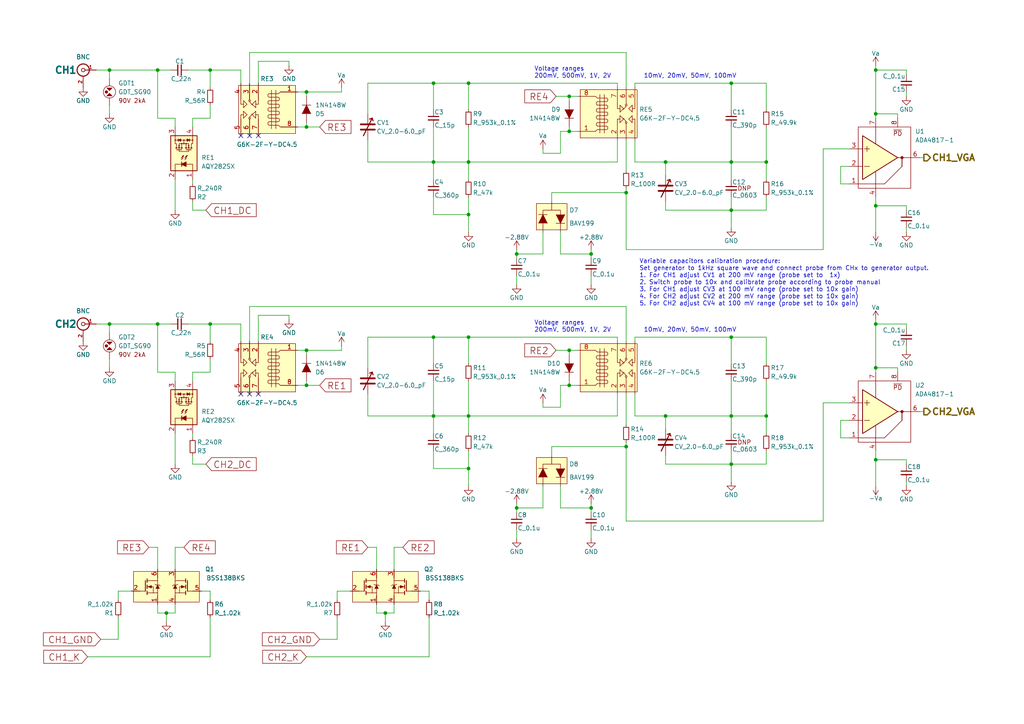
<source format=kicad_sch>
(kicad_sch (version 20211123) (generator eeschema)

  (uuid c70c2c63-e3e6-4e94-9872-5f0b6ccafa30)

  (paper "A4")

  (title_block
    (title "Scopefun Oscilloscope")
    (rev "v2")
    (comment 1 "Copyright Dejan Priversek 2017")
    (comment 2 "Licensed under CERN OHL v.1.2")
  )

  

  (junction (at 125.73 46.99) (diameter 0) (color 0 0 0 0)
    (uuid 02fad080-98cd-46ab-9ee4-13a74595ac68)
  )
  (junction (at 60.96 93.98) (diameter 0) (color 0 0 0 0)
    (uuid 0548b5b4-cb6a-4383-985b-2777ce991c3e)
  )
  (junction (at 125.73 24.13) (diameter 0) (color 0 0 0 0)
    (uuid 05d71641-765e-42e9-b112-428ee2e771ec)
  )
  (junction (at 254 133.35) (diameter 0) (color 0 0 0 0)
    (uuid 08ccf264-3383-4f3c-893a-acd643e7c727)
  )
  (junction (at 165.1 38.1) (diameter 0) (color 0 0 0 0)
    (uuid 13a13473-0513-4470-a633-0eb288464690)
  )
  (junction (at 165.1 101.6) (diameter 0) (color 0 0 0 0)
    (uuid 18648368-8315-41f6-b287-55706b48f79e)
  )
  (junction (at 60.96 20.32) (diameter 0) (color 0 0 0 0)
    (uuid 19f4b8b4-be0c-4288-abe5-c17502fc672f)
  )
  (junction (at 254 33.02) (diameter 0) (color 0 0 0 0)
    (uuid 1c9d575b-ff65-4860-bd12-894efe8ae385)
  )
  (junction (at 88.9 101.6) (diameter 0) (color 0 0 0 0)
    (uuid 20b6f547-8f23-4ca0-8198-b15b71fba76d)
  )
  (junction (at 212.09 120.65) (diameter 0) (color 0 0 0 0)
    (uuid 291d9785-819b-4ab3-8871-6887bb427f84)
  )
  (junction (at 181.61 129.54) (diameter 0) (color 0 0 0 0)
    (uuid 2db578cd-b125-49d3-b68b-3360b8f58d41)
  )
  (junction (at 31.75 20.32) (diameter 0) (color 0 0 0 0)
    (uuid 303645b5-0595-4359-bc0c-fa2e355b9b37)
  )
  (junction (at 222.25 46.99) (diameter 0) (color 0 0 0 0)
    (uuid 3a6e1b00-aa08-416c-85dc-bf006b0a4a78)
  )
  (junction (at 125.73 120.65) (diameter 0) (color 0 0 0 0)
    (uuid 3bb6370c-713d-4d7f-8232-809c9ec621ba)
  )
  (junction (at 135.89 46.99) (diameter 0) (color 0 0 0 0)
    (uuid 3ec4c6d4-d672-41bf-9275-f96679fe932f)
  )
  (junction (at 165.1 111.76) (diameter 0) (color 0 0 0 0)
    (uuid 4110e71c-ac60-4e49-a67d-42ff60f3a0ba)
  )
  (junction (at 125.73 97.79) (diameter 0) (color 0 0 0 0)
    (uuid 46a7dba6-e84c-4e04-a72e-86e4c6e4e198)
  )
  (junction (at 88.9 26.67) (diameter 0) (color 0 0 0 0)
    (uuid 473b087a-2cc3-4010-941a-e9503cdfb920)
  )
  (junction (at 254 20.32) (diameter 0) (color 0 0 0 0)
    (uuid 58ed07e4-b138-4a86-827e-36284fa14c0b)
  )
  (junction (at 254 106.68) (diameter 0) (color 0 0 0 0)
    (uuid 5b57745b-2437-4ee1-96eb-24fdd2bf735e)
  )
  (junction (at 212.09 134.62) (diameter 0) (color 0 0 0 0)
    (uuid 633ef1d6-5811-4caa-b46b-b2c44b20f0ff)
  )
  (junction (at 135.89 120.65) (diameter 0) (color 0 0 0 0)
    (uuid 69b9c43b-f07d-440f-a8c0-3e74d8fe8255)
  )
  (junction (at 254 59.69) (diameter 0) (color 0 0 0 0)
    (uuid 6e377ae5-9877-4223-a4f6-977c4c2655d4)
  )
  (junction (at 135.89 62.23) (diameter 0) (color 0 0 0 0)
    (uuid 70e94f88-657e-428d-84a0-9ae84ea57cd7)
  )
  (junction (at 135.89 24.13) (diameter 0) (color 0 0 0 0)
    (uuid 7d02c8da-c1f5-46b6-a684-03b1f9fa82ce)
  )
  (junction (at 135.89 135.89) (diameter 0) (color 0 0 0 0)
    (uuid 877fe9ac-5928-4653-8b19-041752216d68)
  )
  (junction (at 45.72 20.32) (diameter 0) (color 0 0 0 0)
    (uuid 8c6484b7-f099-4c5c-b5fd-abaa05b4ab18)
  )
  (junction (at 181.61 55.88) (diameter 0) (color 0 0 0 0)
    (uuid 8edc60cf-d5df-4697-953b-31cc055aba5f)
  )
  (junction (at 222.25 120.65) (diameter 0) (color 0 0 0 0)
    (uuid 91d720eb-a86c-46fd-9f6a-0dddf20bde1e)
  )
  (junction (at 88.9 111.76) (diameter 0) (color 0 0 0 0)
    (uuid 95576a76-91bb-4db4-bcad-45ffa1fb7580)
  )
  (junction (at 171.45 73.66) (diameter 0) (color 0 0 0 0)
    (uuid 997ebd3b-fb52-489d-905e-2a7aae5bd517)
  )
  (junction (at 111.76 177.8) (diameter 0) (color 0 0 0 0)
    (uuid a1357a48-2956-4148-ac29-519f0e770f12)
  )
  (junction (at 149.86 147.32) (diameter 0) (color 0 0 0 0)
    (uuid a2da6c4b-cf98-4d3d-b54c-e05e54dfd2b6)
  )
  (junction (at 135.89 97.79) (diameter 0) (color 0 0 0 0)
    (uuid a423b214-b454-4185-84f8-c95ee23e5bb6)
  )
  (junction (at 212.09 97.79) (diameter 0) (color 0 0 0 0)
    (uuid a682d36d-28f3-4c0f-8f71-912aa876dffd)
  )
  (junction (at 212.09 24.13) (diameter 0) (color 0 0 0 0)
    (uuid b825db6d-eaf6-475d-bf93-964d29afb19e)
  )
  (junction (at 165.1 27.94) (diameter 0) (color 0 0 0 0)
    (uuid bc34c2e7-0338-47b3-9692-4e3e8064b41c)
  )
  (junction (at 88.9 36.83) (diameter 0) (color 0 0 0 0)
    (uuid c02ea828-b111-4d1d-9474-98d811361c61)
  )
  (junction (at 193.04 120.65) (diameter 0) (color 0 0 0 0)
    (uuid c3d52d09-a3df-4a1f-b4d9-6c9229ec3718)
  )
  (junction (at 45.72 93.98) (diameter 0) (color 0 0 0 0)
    (uuid c8fb0e8c-a702-4abf-8afe-bedb64abe0e1)
  )
  (junction (at 193.04 46.99) (diameter 0) (color 0 0 0 0)
    (uuid cc490913-daab-4fa1-87b9-975705ee9dbd)
  )
  (junction (at 31.75 93.98) (diameter 0) (color 0 0 0 0)
    (uuid d66427b6-f782-4949-a4b8-5d050dca1a28)
  )
  (junction (at 48.26 177.8) (diameter 0) (color 0 0 0 0)
    (uuid deb67a9b-326e-4e7c-9ffe-380d8b743b4a)
  )
  (junction (at 171.45 147.32) (diameter 0) (color 0 0 0 0)
    (uuid df8f1fc7-0af7-4ef1-91a4-ae074793bf79)
  )
  (junction (at 212.09 60.96) (diameter 0) (color 0 0 0 0)
    (uuid e82e6c3a-dba3-44b6-823e-2bd844f08cca)
  )
  (junction (at 212.09 46.99) (diameter 0) (color 0 0 0 0)
    (uuid ed93faec-dea3-4b89-9648-290ad7f4effb)
  )
  (junction (at 149.86 73.66) (diameter 0) (color 0 0 0 0)
    (uuid f0d57cc9-c4de-4eb8-97e9-9df19eea248e)
  )
  (junction (at 254 93.98) (diameter 0) (color 0 0 0 0)
    (uuid f239c5a8-dbfe-4237-89fc-56c709be30b1)
  )

  (no_connect (at 72.39 114.3) (uuid b481b075-9fdf-42c9-9f4f-1820179a57db))
  (no_connect (at 74.93 114.3) (uuid c1d61362-65a2-49c7-92c4-42116f69f186))
  (no_connect (at 69.85 39.37) (uuid c594017f-aa60-467a-ab4f-3544e1ac6b56))
  (no_connect (at 72.39 39.37) (uuid c9519dbb-7fda-4b2d-904a-05f32731be38))
  (no_connect (at 69.85 114.3) (uuid ce049c30-6629-4827-b32b-d3c8b0d57289))
  (no_connect (at 74.93 39.37) (uuid eb5539f7-1c4d-429b-928b-15d4b3d0598a))

  (wire (pts (xy 88.9 190.5) (xy 124.46 190.5))
    (stroke (width 0) (type default) (color 0 0 0 0))
    (uuid 004d701c-7e69-4a10-9c95-7de04fa2be20)
  )
  (wire (pts (xy 238.76 43.18) (xy 238.76 72.39))
    (stroke (width 0) (type default) (color 0 0 0 0))
    (uuid 014fd689-fe01-4a73-ac80-3c226a12a5bc)
  )
  (wire (pts (xy 83.82 91.44) (xy 83.82 92.71))
    (stroke (width 0) (type default) (color 0 0 0 0))
    (uuid 025b67ec-fe6a-4ee1-9f43-89b9b5fad3d7)
  )
  (wire (pts (xy 135.89 24.13) (xy 179.07 24.13))
    (stroke (width 0) (type default) (color 0 0 0 0))
    (uuid 030581ee-2d94-4c6f-a9cb-f298307794bc)
  )
  (wire (pts (xy 238.76 151.13) (xy 181.61 151.13))
    (stroke (width 0) (type default) (color 0 0 0 0))
    (uuid 031a6158-41bb-434c-9952-f633292a0643)
  )
  (wire (pts (xy 55.88 125.73) (xy 55.88 127))
    (stroke (width 0) (type default) (color 0 0 0 0))
    (uuid 04dfc243-0f51-4603-bf53-e1e3c0de09b3)
  )
  (wire (pts (xy 55.88 36.83) (xy 55.88 34.29))
    (stroke (width 0) (type default) (color 0 0 0 0))
    (uuid 05a60061-f69f-4cf0-982b-3b600d194cef)
  )
  (wire (pts (xy 254 93.98) (xy 254 106.68))
    (stroke (width 0) (type default) (color 0 0 0 0))
    (uuid 05c484b0-6f5b-4832-bf51-6b8a93e3bc37)
  )
  (wire (pts (xy 88.9 102.87) (xy 88.9 101.6))
    (stroke (width 0) (type default) (color 0 0 0 0))
    (uuid 0693453a-34c3-4bfd-b360-f7994c4e507f)
  )
  (wire (pts (xy 60.96 20.32) (xy 69.85 20.32))
    (stroke (width 0) (type default) (color 0 0 0 0))
    (uuid 087cfe87-d1fc-4d0c-ba9e-ea03e5125f82)
  )
  (wire (pts (xy 31.75 104.14) (xy 31.75 106.68))
    (stroke (width 0) (type default) (color 0 0 0 0))
    (uuid 08bbe74e-336e-46fb-bf46-95e809a2c1f8)
  )
  (wire (pts (xy 135.89 130.81) (xy 135.89 135.89))
    (stroke (width 0) (type default) (color 0 0 0 0))
    (uuid 08def91c-96a1-4452-a029-3015fe0a2365)
  )
  (wire (pts (xy 157.48 67.31) (xy 157.48 73.66))
    (stroke (width 0) (type default) (color 0 0 0 0))
    (uuid 0aadf54d-dacf-4007-aabb-7ac26ba5bd37)
  )
  (wire (pts (xy 45.72 107.95) (xy 45.72 93.98))
    (stroke (width 0) (type default) (color 0 0 0 0))
    (uuid 0bc4a849-5f93-40a7-8f00-efd98ea94086)
  )
  (wire (pts (xy 212.09 60.96) (xy 212.09 66.04))
    (stroke (width 0) (type default) (color 0 0 0 0))
    (uuid 0bc9be6f-7df6-40db-a198-24cbcd2bd3c2)
  )
  (wire (pts (xy 34.29 171.45) (xy 38.1 171.45))
    (stroke (width 0) (type default) (color 0 0 0 0))
    (uuid 0f8c7f8e-c569-41d5-a9c5-be2602986fec)
  )
  (wire (pts (xy 45.72 177.8) (xy 45.72 175.26))
    (stroke (width 0) (type default) (color 0 0 0 0))
    (uuid 102c4f15-f7f0-47b3-b463-90324a621426)
  )
  (wire (pts (xy 181.61 129.54) (xy 181.61 151.13))
    (stroke (width 0) (type default) (color 0 0 0 0))
    (uuid 11766054-858c-44ab-9969-832fae68628d)
  )
  (wire (pts (xy 161.29 101.6) (xy 165.1 101.6))
    (stroke (width 0) (type default) (color 0 0 0 0))
    (uuid 13ca6f98-495b-4848-a1b9-619bdbf2e008)
  )
  (wire (pts (xy 125.73 105.41) (xy 125.73 97.79))
    (stroke (width 0) (type default) (color 0 0 0 0))
    (uuid 148d4173-b063-4b10-8a8d-efdde1f30322)
  )
  (wire (pts (xy 114.3 177.8) (xy 114.3 175.26))
    (stroke (width 0) (type default) (color 0 0 0 0))
    (uuid 156771b5-21dc-43d8-ba98-5c070b5e3b90)
  )
  (wire (pts (xy 246.38 127) (xy 243.84 127))
    (stroke (width 0) (type default) (color 0 0 0 0))
    (uuid 17d5d2a7-780a-42d7-9688-e565c287f347)
  )
  (wire (pts (xy 125.73 62.23) (xy 135.89 62.23))
    (stroke (width 0) (type default) (color 0 0 0 0))
    (uuid 1875410c-e4b4-4ec3-b634-5e1a0d17ab0f)
  )
  (wire (pts (xy 50.8 110.49) (xy 50.8 107.95))
    (stroke (width 0) (type default) (color 0 0 0 0))
    (uuid 188bd81e-55cf-4eb8-ac51-32c0165c3b7f)
  )
  (wire (pts (xy 135.89 120.65) (xy 179.07 120.65))
    (stroke (width 0) (type default) (color 0 0 0 0))
    (uuid 18adeb94-05fb-4d99-bee1-6167ec422913)
  )
  (wire (pts (xy 181.61 88.9) (xy 181.61 99.06))
    (stroke (width 0) (type default) (color 0 0 0 0))
    (uuid 1c67d947-286e-4eeb-ad61-68de893b3f2c)
  )
  (wire (pts (xy 179.07 120.65) (xy 179.07 114.3))
    (stroke (width 0) (type default) (color 0 0 0 0))
    (uuid 207f3729-b16f-4bed-8e25-6323ca6af59d)
  )
  (wire (pts (xy 262.89 27.94) (xy 262.89 26.67))
    (stroke (width 0) (type default) (color 0 0 0 0))
    (uuid 225fc398-2971-432f-ba6d-b4d5757d1c6e)
  )
  (wire (pts (xy 72.39 88.9) (xy 72.39 99.06))
    (stroke (width 0) (type default) (color 0 0 0 0))
    (uuid 227f15c7-95b9-498e-a2ac-436548e5f17f)
  )
  (wire (pts (xy 162.56 38.1) (xy 165.1 38.1))
    (stroke (width 0) (type default) (color 0 0 0 0))
    (uuid 22ba7011-af16-481a-be60-4832e2fa49b7)
  )
  (wire (pts (xy 55.88 107.95) (xy 55.88 110.49))
    (stroke (width 0) (type default) (color 0 0 0 0))
    (uuid 253438e1-b2d5-45c8-bcfc-742c8344ecea)
  )
  (wire (pts (xy 181.61 54.61) (xy 181.61 55.88))
    (stroke (width 0) (type default) (color 0 0 0 0))
    (uuid 2536e930-06a4-43c1-bb06-fbe9f6f63e41)
  )
  (wire (pts (xy 212.09 46.99) (xy 212.09 52.07))
    (stroke (width 0) (type default) (color 0 0 0 0))
    (uuid 26ba81ac-ef87-41cd-9e57-9e9b3d975584)
  )
  (wire (pts (xy 181.61 49.53) (xy 181.61 40.64))
    (stroke (width 0) (type default) (color 0 0 0 0))
    (uuid 26d0960c-3dad-40b7-9ad0-2a8d7207d84f)
  )
  (wire (pts (xy 262.89 20.32) (xy 262.89 21.59))
    (stroke (width 0) (type default) (color 0 0 0 0))
    (uuid 27ff589f-3de7-4185-b7df-d1dbb0da622f)
  )
  (wire (pts (xy 55.88 58.42) (xy 55.88 60.96))
    (stroke (width 0) (type default) (color 0 0 0 0))
    (uuid 29362189-417c-4468-9232-108cda3b71ea)
  )
  (wire (pts (xy 29.21 185.42) (xy 34.29 185.42))
    (stroke (width 0) (type default) (color 0 0 0 0))
    (uuid 2a3045fd-49b2-4e17-94bf-b5864659b054)
  )
  (wire (pts (xy 184.15 46.99) (xy 193.04 46.99))
    (stroke (width 0) (type default) (color 0 0 0 0))
    (uuid 2b02e529-0dd1-4c56-92a3-7eb22d2ee260)
  )
  (wire (pts (xy 238.76 116.84) (xy 238.76 151.13))
    (stroke (width 0) (type default) (color 0 0 0 0))
    (uuid 2ce4fb29-0ccb-4d7f-a490-6e4518b7173f)
  )
  (wire (pts (xy 165.1 102.87) (xy 165.1 101.6))
    (stroke (width 0) (type default) (color 0 0 0 0))
    (uuid 2d5b3e10-9b65-4abf-803e-969a546fc8e3)
  )
  (wire (pts (xy 260.35 34.29) (xy 260.35 33.02))
    (stroke (width 0) (type default) (color 0 0 0 0))
    (uuid 2e1fa008-357a-4aac-8cf5-970493fa664d)
  )
  (wire (pts (xy 212.09 97.79) (xy 212.09 105.41))
    (stroke (width 0) (type default) (color 0 0 0 0))
    (uuid 2e74c5cf-df21-4ecb-90c2-e2781152c95b)
  )
  (wire (pts (xy 86.36 36.83) (xy 88.9 36.83))
    (stroke (width 0) (type default) (color 0 0 0 0))
    (uuid 3081c45f-0a62-4dc8-a706-c2b3c5e194d8)
  )
  (wire (pts (xy 135.89 62.23) (xy 135.89 67.31))
    (stroke (width 0) (type default) (color 0 0 0 0))
    (uuid 30c67a6f-8eeb-45e2-ac1a-06f54bb4fa8e)
  )
  (wire (pts (xy 165.1 29.21) (xy 165.1 27.94))
    (stroke (width 0) (type default) (color 0 0 0 0))
    (uuid 3147e880-51e1-4334-9901-8c646d0f1c58)
  )
  (wire (pts (xy 212.09 120.65) (xy 222.25 120.65))
    (stroke (width 0) (type default) (color 0 0 0 0))
    (uuid 3173f1a4-2849-4d51-996d-c548494a8003)
  )
  (wire (pts (xy 125.73 46.99) (xy 135.89 46.99))
    (stroke (width 0) (type default) (color 0 0 0 0))
    (uuid 3200f339-9d63-466e-bbf5-47bdda4dd860)
  )
  (wire (pts (xy 86.36 111.76) (xy 88.9 111.76))
    (stroke (width 0) (type default) (color 0 0 0 0))
    (uuid 3258ef2e-7dfd-4b7b-a84c-a8f03af613a6)
  )
  (wire (pts (xy 50.8 134.62) (xy 50.8 125.73))
    (stroke (width 0) (type default) (color 0 0 0 0))
    (uuid 3397e828-549f-4d19-910c-989534dfee84)
  )
  (wire (pts (xy 254 33.02) (xy 254 34.29))
    (stroke (width 0) (type default) (color 0 0 0 0))
    (uuid 33b36032-e02f-4d24-af7a-28d439ec649d)
  )
  (wire (pts (xy 135.89 120.65) (xy 135.89 125.73))
    (stroke (width 0) (type default) (color 0 0 0 0))
    (uuid 34001b69-9510-43d6-8269-c294af559b03)
  )
  (wire (pts (xy 106.68 97.79) (xy 125.73 97.79))
    (stroke (width 0) (type default) (color 0 0 0 0))
    (uuid 34123646-538f-4d29-99e3-ef929983a259)
  )
  (wire (pts (xy 162.56 118.11) (xy 157.48 118.11))
    (stroke (width 0) (type default) (color 0 0 0 0))
    (uuid 349aae3a-4c5e-4552-af38-0bc89507f49c)
  )
  (wire (pts (xy 179.07 46.99) (xy 179.07 40.64))
    (stroke (width 0) (type default) (color 0 0 0 0))
    (uuid 36ddd131-24a1-406c-a011-522c67b17ac1)
  )
  (wire (pts (xy 50.8 158.75) (xy 50.8 165.1))
    (stroke (width 0) (type default) (color 0 0 0 0))
    (uuid 3962f024-df76-4ce5-a845-a5bfd0cc118f)
  )
  (wire (pts (xy 162.56 111.76) (xy 165.1 111.76))
    (stroke (width 0) (type default) (color 0 0 0 0))
    (uuid 3969f1a4-cee5-45d1-af73-48102fab1b79)
  )
  (wire (pts (xy 149.86 153.67) (xy 149.86 156.21))
    (stroke (width 0) (type default) (color 0 0 0 0))
    (uuid 3be93bf9-8c44-4bd5-ab0f-f48691dd7c5d)
  )
  (wire (pts (xy 171.45 146.05) (xy 171.45 147.32))
    (stroke (width 0) (type default) (color 0 0 0 0))
    (uuid 3de5b137-b7ed-4a67-a65d-5332350a142e)
  )
  (wire (pts (xy 106.68 46.99) (xy 125.73 46.99))
    (stroke (width 0) (type default) (color 0 0 0 0))
    (uuid 3e2733b2-429a-48e0-a5f6-9bc75cea3fb3)
  )
  (wire (pts (xy 193.04 120.65) (xy 193.04 124.46))
    (stroke (width 0) (type default) (color 0 0 0 0))
    (uuid 3f70786c-51ba-4695-9a71-96452e835d07)
  )
  (wire (pts (xy 157.48 44.45) (xy 157.48 43.18))
    (stroke (width 0) (type default) (color 0 0 0 0))
    (uuid 401fab3c-23b1-4753-9559-4f10bf6840bd)
  )
  (wire (pts (xy 193.04 134.62) (xy 212.09 134.62))
    (stroke (width 0) (type default) (color 0 0 0 0))
    (uuid 403f035e-89c7-4267-bc39-540407f9432f)
  )
  (wire (pts (xy 60.96 171.45) (xy 58.42 171.45))
    (stroke (width 0) (type default) (color 0 0 0 0))
    (uuid 422c943d-0851-47e8-8fa0-a7c617f12578)
  )
  (wire (pts (xy 193.04 134.62) (xy 193.04 132.08))
    (stroke (width 0) (type default) (color 0 0 0 0))
    (uuid 437250d9-eb22-42a7-a0ee-f2e6a9628e2b)
  )
  (wire (pts (xy 60.96 190.5) (xy 60.96 179.07))
    (stroke (width 0) (type default) (color 0 0 0 0))
    (uuid 447c289f-e3ea-4183-b81d-b7026faccfd7)
  )
  (wire (pts (xy 184.15 24.13) (xy 184.15 25.4))
    (stroke (width 0) (type default) (color 0 0 0 0))
    (uuid 44ec5d8a-0a8a-4230-b003-6ed9c113dcbb)
  )
  (wire (pts (xy 88.9 101.6) (xy 99.06 101.6))
    (stroke (width 0) (type default) (color 0 0 0 0))
    (uuid 47700460-cc52-4b2c-8459-2ed3b1d3a06f)
  )
  (wire (pts (xy 222.25 60.96) (xy 222.25 57.15))
    (stroke (width 0) (type default) (color 0 0 0 0))
    (uuid 480d5422-6d33-4319-a5c2-9ce1cd04fa90)
  )
  (wire (pts (xy 243.84 127) (xy 243.84 121.92))
    (stroke (width 0) (type default) (color 0 0 0 0))
    (uuid 4840e595-7cf2-44ea-9466-cfcfe23584ce)
  )
  (wire (pts (xy 171.45 153.67) (xy 171.45 156.21))
    (stroke (width 0) (type default) (color 0 0 0 0))
    (uuid 4a7a8704-b751-4f8c-aedf-2558a0174a72)
  )
  (wire (pts (xy 222.25 120.65) (xy 222.25 125.73))
    (stroke (width 0) (type default) (color 0 0 0 0))
    (uuid 4ab4b8d9-ebfc-444d-a7fd-b732cd4c3d97)
  )
  (wire (pts (xy 109.22 158.75) (xy 109.22 165.1))
    (stroke (width 0) (type default) (color 0 0 0 0))
    (uuid 4ad4b122-59d5-4232-8523-59915ddbd9d1)
  )
  (wire (pts (xy 125.73 135.89) (xy 135.89 135.89))
    (stroke (width 0) (type default) (color 0 0 0 0))
    (uuid 4de616e9-df97-4be5-8245-b4f9a1bccef4)
  )
  (wire (pts (xy 55.88 34.29) (xy 60.96 34.29))
    (stroke (width 0) (type default) (color 0 0 0 0))
    (uuid 4eae949d-97a9-49f3-9fbc-cba93e4e519c)
  )
  (wire (pts (xy 43.18 158.75) (xy 45.72 158.75))
    (stroke (width 0) (type default) (color 0 0 0 0))
    (uuid 4fc9e638-a9e7-4d3f-b340-780df412591d)
  )
  (wire (pts (xy 222.25 134.62) (xy 222.25 130.81))
    (stroke (width 0) (type default) (color 0 0 0 0))
    (uuid 5112e7ff-94f4-4953-9b3b-e89ab066bf44)
  )
  (wire (pts (xy 181.61 129.54) (xy 160.02 129.54))
    (stroke (width 0) (type default) (color 0 0 0 0))
    (uuid 5278fb5e-f15e-42fe-84df-a59fee8119f1)
  )
  (wire (pts (xy 184.15 24.13) (xy 212.09 24.13))
    (stroke (width 0) (type default) (color 0 0 0 0))
    (uuid 52a2307e-13fb-47e4-a814-168f6f383b45)
  )
  (wire (pts (xy 50.8 34.29) (xy 45.72 34.29))
    (stroke (width 0) (type default) (color 0 0 0 0))
    (uuid 550e0f79-ef9f-4d36-adf7-81e26d574c59)
  )
  (wire (pts (xy 162.56 118.11) (xy 162.56 111.76))
    (stroke (width 0) (type default) (color 0 0 0 0))
    (uuid 553e83e2-46ab-4c23-99b1-63f20f063cd2)
  )
  (wire (pts (xy 162.56 38.1) (xy 162.56 44.45))
    (stroke (width 0) (type default) (color 0 0 0 0))
    (uuid 55d86872-e23e-4870-a2e5-31f924442b2e)
  )
  (wire (pts (xy 60.96 93.98) (xy 60.96 99.06))
    (stroke (width 0) (type default) (color 0 0 0 0))
    (uuid 5880b9b0-aa32-4505-8669-deb95429be37)
  )
  (wire (pts (xy 135.89 57.15) (xy 135.89 62.23))
    (stroke (width 0) (type default) (color 0 0 0 0))
    (uuid 58f281db-090d-4a92-8a73-05e2a97a7ee9)
  )
  (wire (pts (xy 83.82 19.05) (xy 83.82 17.78))
    (stroke (width 0) (type default) (color 0 0 0 0))
    (uuid 59e90f16-96b8-49bc-86de-566bbe3dd75d)
  )
  (wire (pts (xy 125.73 110.49) (xy 125.73 120.65))
    (stroke (width 0) (type default) (color 0 0 0 0))
    (uuid 5b17d47a-a4a2-4ddf-966a-e6b5821094ec)
  )
  (wire (pts (xy 254 130.81) (xy 254 133.35))
    (stroke (width 0) (type default) (color 0 0 0 0))
    (uuid 5b3d0377-820c-4868-8ab2-62f2ccecf4af)
  )
  (wire (pts (xy 69.85 20.32) (xy 69.85 24.13))
    (stroke (width 0) (type default) (color 0 0 0 0))
    (uuid 5d56d28a-c4af-4430-8964-9b60bd37a4ca)
  )
  (wire (pts (xy 254 59.69) (xy 254 67.31))
    (stroke (width 0) (type default) (color 0 0 0 0))
    (uuid 5e31709b-d665-4a24-a225-39992fe80a1f)
  )
  (wire (pts (xy 106.68 46.99) (xy 106.68 40.64))
    (stroke (width 0) (type default) (color 0 0 0 0))
    (uuid 5ed867d6-e24b-4827-bb08-f4f5e703c946)
  )
  (wire (pts (xy 222.25 97.79) (xy 222.25 105.41))
    (stroke (width 0) (type default) (color 0 0 0 0))
    (uuid 5f30f18a-2eb5-4274-9d3d-af9601238118)
  )
  (wire (pts (xy 212.09 134.62) (xy 212.09 139.7))
    (stroke (width 0) (type default) (color 0 0 0 0))
    (uuid 6001cc81-dcb6-4b80-a976-4237f8e2d7c8)
  )
  (wire (pts (xy 125.73 46.99) (xy 125.73 52.07))
    (stroke (width 0) (type default) (color 0 0 0 0))
    (uuid 6024bf11-2ccf-4578-81d4-539b66c94d1b)
  )
  (wire (pts (xy 60.96 25.4) (xy 60.96 20.32))
    (stroke (width 0) (type default) (color 0 0 0 0))
    (uuid 607bd1dc-3a6b-4b00-8871-0e4f8cbd31b4)
  )
  (wire (pts (xy 72.39 15.24) (xy 72.39 24.13))
    (stroke (width 0) (type default) (color 0 0 0 0))
    (uuid 62ff3f34-d3e2-41a5-ae11-1b931533f98a)
  )
  (wire (pts (xy 162.56 67.31) (xy 162.56 73.66))
    (stroke (width 0) (type default) (color 0 0 0 0))
    (uuid 6383d51c-2a4a-451b-80f6-d8ddd181fcca)
  )
  (wire (pts (xy 48.26 177.8) (xy 50.8 177.8))
    (stroke (width 0) (type default) (color 0 0 0 0))
    (uuid 6411b976-8a9b-446f-8843-f3c128226ae5)
  )
  (wire (pts (xy 212.09 60.96) (xy 222.25 60.96))
    (stroke (width 0) (type default) (color 0 0 0 0))
    (uuid 6517adcc-0494-4391-9dc4-dcc82f2827c1)
  )
  (wire (pts (xy 135.89 46.99) (xy 179.07 46.99))
    (stroke (width 0) (type default) (color 0 0 0 0))
    (uuid 660ae773-4812-4bf2-b735-1635c5e0c0b3)
  )
  (wire (pts (xy 27.94 20.32) (xy 31.75 20.32))
    (stroke (width 0) (type default) (color 0 0 0 0))
    (uuid 6613902d-850f-4102-9d7b-cc5a5ef20ea0)
  )
  (wire (pts (xy 135.89 24.13) (xy 135.89 31.75))
    (stroke (width 0) (type default) (color 0 0 0 0))
    (uuid 66b19a0b-d07c-43ff-9bd5-abe61a163306)
  )
  (wire (pts (xy 125.73 31.75) (xy 125.73 24.13))
    (stroke (width 0) (type default) (color 0 0 0 0))
    (uuid 674dfd9c-2241-44b5-bfb4-f6d11b1ff583)
  )
  (wire (pts (xy 109.22 177.8) (xy 111.76 177.8))
    (stroke (width 0) (type default) (color 0 0 0 0))
    (uuid 677f7fd6-fe65-4132-818c-44a0c91f5c31)
  )
  (wire (pts (xy 254 133.35) (xy 254 140.97))
    (stroke (width 0) (type default) (color 0 0 0 0))
    (uuid 67ee74fe-940d-4a76-bace-bdb1114d79d9)
  )
  (wire (pts (xy 31.75 22.86) (xy 31.75 20.32))
    (stroke (width 0) (type default) (color 0 0 0 0))
    (uuid 68186617-d0a0-4c59-9cb4-fb6168cf2c27)
  )
  (wire (pts (xy 72.39 15.24) (xy 181.61 15.24))
    (stroke (width 0) (type default) (color 0 0 0 0))
    (uuid 6915e2da-1017-43ad-9e3e-de99af10b4da)
  )
  (wire (pts (xy 106.68 120.65) (xy 106.68 114.3))
    (stroke (width 0) (type default) (color 0 0 0 0))
    (uuid 69814d9b-0367-4de8-9718-43b37031d240)
  )
  (wire (pts (xy 181.61 55.88) (xy 181.61 72.39))
    (stroke (width 0) (type default) (color 0 0 0 0))
    (uuid 698b7e78-90a9-4090-964e-5f827961aba3)
  )
  (wire (pts (xy 111.76 177.8) (xy 114.3 177.8))
    (stroke (width 0) (type default) (color 0 0 0 0))
    (uuid 6b6e9bc6-7472-47d8-ba66-12fd9332214a)
  )
  (wire (pts (xy 267.97 45.72) (xy 266.7 45.72))
    (stroke (width 0) (type default) (color 0 0 0 0))
    (uuid 6d960629-d6b8-430c-be2d-b13bed3caaa6)
  )
  (wire (pts (xy 254 20.32) (xy 254 33.02))
    (stroke (width 0) (type default) (color 0 0 0 0))
    (uuid 713f97bc-07a4-4cac-9912-fbf7373e8cde)
  )
  (wire (pts (xy 212.09 110.49) (xy 212.09 120.65))
    (stroke (width 0) (type default) (color 0 0 0 0))
    (uuid 72596630-6f62-446b-a788-e57836f8a3c1)
  )
  (wire (pts (xy 254 20.32) (xy 262.89 20.32))
    (stroke (width 0) (type default) (color 0 0 0 0))
    (uuid 73123040-7d91-4ece-b049-ee26e19f852f)
  )
  (wire (pts (xy 262.89 60.96) (xy 262.89 59.69))
    (stroke (width 0) (type default) (color 0 0 0 0))
    (uuid 73eb1d6b-3e2d-4317-bc4c-c77f232aa2cf)
  )
  (wire (pts (xy 184.15 120.65) (xy 193.04 120.65))
    (stroke (width 0) (type default) (color 0 0 0 0))
    (uuid 744bf9ad-3201-4631-b4df-82ae02271ec9)
  )
  (wire (pts (xy 160.02 55.88) (xy 160.02 58.42))
    (stroke (width 0) (type default) (color 0 0 0 0))
    (uuid 75b57470-3933-4be6-8842-b2898714961d)
  )
  (wire (pts (xy 88.9 36.83) (xy 92.71 36.83))
    (stroke (width 0) (type default) (color 0 0 0 0))
    (uuid 766e2081-6348-4a07-b15a-ac1b490b79ef)
  )
  (wire (pts (xy 179.07 24.13) (xy 179.07 25.4))
    (stroke (width 0) (type default) (color 0 0 0 0))
    (uuid 76adfc93-1bf2-41b7-b4bf-eb835ea8821f)
  )
  (wire (pts (xy 260.35 107.95) (xy 260.35 106.68))
    (stroke (width 0) (type default) (color 0 0 0 0))
    (uuid 76c0a953-db3d-4929-907f-1ee2da36860d)
  )
  (wire (pts (xy 149.86 147.32) (xy 149.86 148.59))
    (stroke (width 0) (type default) (color 0 0 0 0))
    (uuid 76cd2633-5bc8-425f-b0a9-11ce11dc8546)
  )
  (wire (pts (xy 99.06 101.6) (xy 99.06 100.33))
    (stroke (width 0) (type default) (color 0 0 0 0))
    (uuid 77882400-606a-4159-9b6d-7be7ce590e63)
  )
  (wire (pts (xy 54.61 20.32) (xy 60.96 20.32))
    (stroke (width 0) (type default) (color 0 0 0 0))
    (uuid 785e7afb-5347-4e11-b292-701c649113fb)
  )
  (wire (pts (xy 97.79 171.45) (xy 101.6 171.45))
    (stroke (width 0) (type default) (color 0 0 0 0))
    (uuid 787fdc1e-7e28-46d4-9188-bbfe7882ee50)
  )
  (wire (pts (xy 184.15 97.79) (xy 212.09 97.79))
    (stroke (width 0) (type default) (color 0 0 0 0))
    (uuid 792df31f-d7c8-4ab7-9004-848451dfcc4f)
  )
  (wire (pts (xy 246.38 43.18) (xy 238.76 43.18))
    (stroke (width 0) (type default) (color 0 0 0 0))
    (uuid 79467a30-f83f-4a69-bc32-033df608d42c)
  )
  (wire (pts (xy 60.96 34.29) (xy 60.96 30.48))
    (stroke (width 0) (type default) (color 0 0 0 0))
    (uuid 7a0dea2f-98b5-4afe-8d5d-f39ea5db6892)
  )
  (wire (pts (xy 262.89 140.97) (xy 262.89 139.7))
    (stroke (width 0) (type default) (color 0 0 0 0))
    (uuid 7d393522-d44b-4d20-8f0b-b7142987aa89)
  )
  (wire (pts (xy 149.86 72.39) (xy 149.86 73.66))
    (stroke (width 0) (type default) (color 0 0 0 0))
    (uuid 7d64a0a0-384d-4e31-a03a-22264a524862)
  )
  (wire (pts (xy 45.72 20.32) (xy 49.53 20.32))
    (stroke (width 0) (type default) (color 0 0 0 0))
    (uuid 7e519ef1-5137-4edb-b659-7bafaf44f857)
  )
  (wire (pts (xy 125.73 36.83) (xy 125.73 46.99))
    (stroke (width 0) (type default) (color 0 0 0 0))
    (uuid 7e75e4cc-e0cb-4b98-b80b-d3c04ae9a412)
  )
  (wire (pts (xy 184.15 97.79) (xy 184.15 99.06))
    (stroke (width 0) (type default) (color 0 0 0 0))
    (uuid 7f34b5b2-ee3d-4697-be45-f73e198e75ed)
  )
  (wire (pts (xy 25.4 190.5) (xy 60.96 190.5))
    (stroke (width 0) (type default) (color 0 0 0 0))
    (uuid 7f8398d1-1fcb-4b17-b71c-c5df98433848)
  )
  (wire (pts (xy 243.84 121.92) (xy 246.38 121.92))
    (stroke (width 0) (type default) (color 0 0 0 0))
    (uuid 80698eae-e9ee-43a8-9e77-ecf7cf0bb6a6)
  )
  (wire (pts (xy 260.35 33.02) (xy 254 33.02))
    (stroke (width 0) (type default) (color 0 0 0 0))
    (uuid 80e302b7-97a6-4d5e-8db8-a2ecb63bf436)
  )
  (wire (pts (xy 149.86 73.66) (xy 149.86 74.93))
    (stroke (width 0) (type default) (color 0 0 0 0))
    (uuid 822af68b-37da-44d9-9ed9-88aa3cc35a9c)
  )
  (wire (pts (xy 262.89 93.98) (xy 254 93.98))
    (stroke (width 0) (type default) (color 0 0 0 0))
    (uuid 82b4e16b-220e-4644-bf1c-0c096f491472)
  )
  (wire (pts (xy 74.93 91.44) (xy 83.82 91.44))
    (stroke (width 0) (type default) (color 0 0 0 0))
    (uuid 85705930-0850-44b9-bc2d-76e756994d34)
  )
  (wire (pts (xy 157.48 147.32) (xy 149.86 147.32))
    (stroke (width 0) (type default) (color 0 0 0 0))
    (uuid 872056a8-3317-408d-800b-762b71027ed5)
  )
  (wire (pts (xy 111.76 180.34) (xy 111.76 177.8))
    (stroke (width 0) (type default) (color 0 0 0 0))
    (uuid 8727dfe0-a564-4062-a385-c46672a2b168)
  )
  (wire (pts (xy 31.75 30.48) (xy 31.75 33.02))
    (stroke (width 0) (type default) (color 0 0 0 0))
    (uuid 87dc1565-4e60-4710-a87c-80f20d4d883c)
  )
  (wire (pts (xy 212.09 130.81) (xy 212.09 134.62))
    (stroke (width 0) (type default) (color 0 0 0 0))
    (uuid 8a26463c-6132-4640-81bb-e4ad34aa7d3c)
  )
  (wire (pts (xy 60.96 93.98) (xy 69.85 93.98))
    (stroke (width 0) (type default) (color 0 0 0 0))
    (uuid 8b7398d9-aba4-4f36-a48c-ecb43c9240f8)
  )
  (wire (pts (xy 246.38 116.84) (xy 238.76 116.84))
    (stroke (width 0) (type default) (color 0 0 0 0))
    (uuid 8b764051-f191-46fd-bc3d-0b22f8af5e5b)
  )
  (wire (pts (xy 124.46 171.45) (xy 121.92 171.45))
    (stroke (width 0) (type default) (color 0 0 0 0))
    (uuid 8bf24a80-dffc-49df-8d9b-da527be5fdc9)
  )
  (wire (pts (xy 55.88 60.96) (xy 59.69 60.96))
    (stroke (width 0) (type default) (color 0 0 0 0))
    (uuid 8c739bd2-de70-4300-9968-1db1f7710ee7)
  )
  (wire (pts (xy 193.04 60.96) (xy 212.09 60.96))
    (stroke (width 0) (type default) (color 0 0 0 0))
    (uuid 8d3d3e35-82e0-40ba-907a-a8ab9693853e)
  )
  (wire (pts (xy 135.89 46.99) (xy 135.89 52.07))
    (stroke (width 0) (type default) (color 0 0 0 0))
    (uuid 8de97da4-7353-49c7-9136-4ab5cd70a392)
  )
  (wire (pts (xy 54.61 93.98) (xy 60.96 93.98))
    (stroke (width 0) (type default) (color 0 0 0 0))
    (uuid 8eb5e770-d904-422f-814b-21543d34976a)
  )
  (wire (pts (xy 125.73 120.65) (xy 135.89 120.65))
    (stroke (width 0) (type default) (color 0 0 0 0))
    (uuid 8fbf7bed-c604-4d53-8451-6dcd52b60868)
  )
  (wire (pts (xy 109.22 177.8) (xy 109.22 175.26))
    (stroke (width 0) (type default) (color 0 0 0 0))
    (uuid 915afd34-85f2-4f65-b2f6-5c607c325148)
  )
  (wire (pts (xy 212.09 97.79) (xy 222.25 97.79))
    (stroke (width 0) (type default) (color 0 0 0 0))
    (uuid 94f749a5-367e-4747-9634-47de7584bc26)
  )
  (wire (pts (xy 157.48 73.66) (xy 149.86 73.66))
    (stroke (width 0) (type default) (color 0 0 0 0))
    (uuid 96fd148c-2abd-4da2-a739-1fc716e496e9)
  )
  (wire (pts (xy 162.56 140.97) (xy 162.56 147.32))
    (stroke (width 0) (type default) (color 0 0 0 0))
    (uuid 973720a6-f461-4d46-b2fe-59915df69d25)
  )
  (wire (pts (xy 222.25 36.83) (xy 222.25 46.99))
    (stroke (width 0) (type default) (color 0 0 0 0))
    (uuid 9858a585-1ecc-4893-a1c6-bacba18521ec)
  )
  (wire (pts (xy 125.73 120.65) (xy 125.73 125.73))
    (stroke (width 0) (type default) (color 0 0 0 0))
    (uuid 98c1ae8d-3c8b-4d1d-924c-eb47c2a4b30a)
  )
  (wire (pts (xy 50.8 107.95) (xy 45.72 107.95))
    (stroke (width 0) (type default) (color 0 0 0 0))
    (uuid 9934072c-5674-4ed3-9146-61b9347f189d)
  )
  (wire (pts (xy 165.1 101.6) (xy 167.64 101.6))
    (stroke (width 0) (type default) (color 0 0 0 0))
    (uuid 994199ad-5147-43e6-9ece-ea24c081a4c9)
  )
  (wire (pts (xy 165.1 110.49) (xy 165.1 111.76))
    (stroke (width 0) (type default) (color 0 0 0 0))
    (uuid 996c5414-4d36-42a5-a5a3-5c685d76f56d)
  )
  (wire (pts (xy 45.72 177.8) (xy 48.26 177.8))
    (stroke (width 0) (type default) (color 0 0 0 0))
    (uuid 9c614a92-4db0-4682-b200-e8121deaa926)
  )
  (wire (pts (xy 31.75 96.52) (xy 31.75 93.98))
    (stroke (width 0) (type default) (color 0 0 0 0))
    (uuid 9c6c5675-d78d-4a6d-b00f-22547ffb1790)
  )
  (wire (pts (xy 45.72 93.98) (xy 49.53 93.98))
    (stroke (width 0) (type default) (color 0 0 0 0))
    (uuid 9d3ea818-85eb-4bb1-9b06-2865d87b37f3)
  )
  (wire (pts (xy 184.15 46.99) (xy 184.15 40.64))
    (stroke (width 0) (type default) (color 0 0 0 0))
    (uuid 9d68ca63-4f76-4c15-8edd-c79507b64ea4)
  )
  (wire (pts (xy 88.9 35.56) (xy 88.9 36.83))
    (stroke (width 0) (type default) (color 0 0 0 0))
    (uuid 9dbd9e26-9782-45c4-9403-4d72b07f29de)
  )
  (wire (pts (xy 124.46 173.99) (xy 124.46 171.45))
    (stroke (width 0) (type default) (color 0 0 0 0))
    (uuid 9eac701a-d699-4247-93a2-af5e41c3ae6e)
  )
  (wire (pts (xy 165.1 27.94) (xy 167.64 27.94))
    (stroke (width 0) (type default) (color 0 0 0 0))
    (uuid 9f370738-a1dd-4469-b49d-d207b848990c)
  )
  (wire (pts (xy 106.68 158.75) (xy 109.22 158.75))
    (stroke (width 0) (type default) (color 0 0 0 0))
    (uuid a3c320b8-4eef-49ac-b336-329b66e86bef)
  )
  (wire (pts (xy 106.68 120.65) (xy 125.73 120.65))
    (stroke (width 0) (type default) (color 0 0 0 0))
    (uuid a4016004-dc80-4dea-8e6b-d39f67a11e91)
  )
  (wire (pts (xy 243.84 53.34) (xy 243.84 48.26))
    (stroke (width 0) (type default) (color 0 0 0 0))
    (uuid a49a89e5-63b0-4848-88da-c2ac2750bedf)
  )
  (wire (pts (xy 181.61 15.24) (xy 181.61 25.4))
    (stroke (width 0) (type default) (color 0 0 0 0))
    (uuid a4ac0519-b7a7-4509-bdb5-35a62928ff28)
  )
  (wire (pts (xy 125.73 130.81) (xy 125.73 135.89))
    (stroke (width 0) (type default) (color 0 0 0 0))
    (uuid a65de6f7-a57d-4433-8d00-2faaf28702a5)
  )
  (wire (pts (xy 135.89 36.83) (xy 135.89 46.99))
    (stroke (width 0) (type default) (color 0 0 0 0))
    (uuid a72be1e0-9af1-4c8b-a80a-e23a2ce6ded3)
  )
  (wire (pts (xy 55.88 132.08) (xy 55.88 134.62))
    (stroke (width 0) (type default) (color 0 0 0 0))
    (uuid a86ce70c-0b0b-4e00-81fd-fa720b16c5ec)
  )
  (wire (pts (xy 135.89 135.89) (xy 135.89 140.97))
    (stroke (width 0) (type default) (color 0 0 0 0))
    (uuid ab8eb073-8840-47f7-8bbc-6af975e89471)
  )
  (wire (pts (xy 92.71 185.42) (xy 97.79 185.42))
    (stroke (width 0) (type default) (color 0 0 0 0))
    (uuid abcba4f1-6f59-48a1-8ae5-91c9b3b973a4)
  )
  (wire (pts (xy 106.68 97.79) (xy 106.68 106.68))
    (stroke (width 0) (type default) (color 0 0 0 0))
    (uuid abdf1fc0-a5f4-4a26-adc8-ba7216defb10)
  )
  (wire (pts (xy 243.84 48.26) (xy 246.38 48.26))
    (stroke (width 0) (type default) (color 0 0 0 0))
    (uuid ad5d6fa8-3272-4896-939e-ff699dffe9a8)
  )
  (wire (pts (xy 212.09 36.83) (xy 212.09 46.99))
    (stroke (width 0) (type default) (color 0 0 0 0))
    (uuid ae5c31ab-a505-4959-ae0e-cec81fcbf815)
  )
  (wire (pts (xy 74.93 91.44) (xy 74.93 99.06))
    (stroke (width 0) (type default) (color 0 0 0 0))
    (uuid aea380b3-0b16-4ad3-8281-37f0d2673e39)
  )
  (wire (pts (xy 125.73 97.79) (xy 135.89 97.79))
    (stroke (width 0) (type default) (color 0 0 0 0))
    (uuid aec3e9e8-6d88-4fe7-a888-642266299d92)
  )
  (wire (pts (xy 171.45 72.39) (xy 171.45 73.66))
    (stroke (width 0) (type default) (color 0 0 0 0))
    (uuid af925654-dfb9-45aa-816e-cb4703dcab2f)
  )
  (wire (pts (xy 45.72 158.75) (xy 45.72 165.1))
    (stroke (width 0) (type default) (color 0 0 0 0))
    (uuid b15cb383-7ebe-47e4-8de4-90e4bb592ca1)
  )
  (wire (pts (xy 165.1 111.76) (xy 167.64 111.76))
    (stroke (width 0) (type default) (color 0 0 0 0))
    (uuid b3955e1c-9220-40f3-a187-6a710e61b4dc)
  )
  (wire (pts (xy 161.29 27.94) (xy 165.1 27.94))
    (stroke (width 0) (type default) (color 0 0 0 0))
    (uuid b3c4f9ea-9465-428d-a878-c35a35b4a0ec)
  )
  (wire (pts (xy 135.89 97.79) (xy 135.89 105.41))
    (stroke (width 0) (type default) (color 0 0 0 0))
    (uuid b57691ac-45e2-4fef-b67e-be0698b53c0a)
  )
  (wire (pts (xy 238.76 72.39) (xy 181.61 72.39))
    (stroke (width 0) (type default) (color 0 0 0 0))
    (uuid b5c4303a-4bc2-4089-a1eb-ab41ec53cfbe)
  )
  (wire (pts (xy 88.9 27.94) (xy 88.9 26.67))
    (stroke (width 0) (type default) (color 0 0 0 0))
    (uuid b7148d4c-a9db-4405-915a-b55a0c6f6c34)
  )
  (wire (pts (xy 262.89 134.62) (xy 262.89 133.35))
    (stroke (width 0) (type default) (color 0 0 0 0))
    (uuid b7bae9c8-4fed-4c69-a28c-182e2480bcdb)
  )
  (wire (pts (xy 135.89 97.79) (xy 179.07 97.79))
    (stroke (width 0) (type default) (color 0 0 0 0))
    (uuid b89f6d5a-b7ad-4df4-b119-278ec75a8485)
  )
  (wire (pts (xy 262.89 101.6) (xy 262.89 100.33))
    (stroke (width 0) (type default) (color 0 0 0 0))
    (uuid b96b731a-92c2-4e6b-a452-39f1d33f53c2)
  )
  (wire (pts (xy 179.07 97.79) (xy 179.07 99.06))
    (stroke (width 0) (type default) (color 0 0 0 0))
    (uuid bac0882a-cd95-40e5-bcae-36dd00c1e400)
  )
  (wire (pts (xy 106.68 24.13) (xy 125.73 24.13))
    (stroke (width 0) (type default) (color 0 0 0 0))
    (uuid bd988d63-63f5-4347-8fd4-8694affd2c22)
  )
  (wire (pts (xy 212.09 24.13) (xy 222.25 24.13))
    (stroke (width 0) (type default) (color 0 0 0 0))
    (uuid bff2837a-5a09-40e5-ac95-8a8e9636f5f1)
  )
  (wire (pts (xy 181.61 55.88) (xy 160.02 55.88))
    (stroke (width 0) (type default) (color 0 0 0 0))
    (uuid c030dc50-5966-4aad-8d18-d61b053ef0ce)
  )
  (wire (pts (xy 50.8 52.07) (xy 50.8 60.96))
    (stroke (width 0) (type default) (color 0 0 0 0))
    (uuid c07aea70-6106-44bf-96ff-8e775e4243b1)
  )
  (wire (pts (xy 222.25 46.99) (xy 222.25 52.07))
    (stroke (width 0) (type default) (color 0 0 0 0))
    (uuid c09fc767-9b3d-4f44-b105-cda7bf5fa8d1)
  )
  (wire (pts (xy 106.68 24.13) (xy 106.68 33.02))
    (stroke (width 0) (type default) (color 0 0 0 0))
    (uuid c0d36b8c-6b63-418d-9fae-b9063f7e525a)
  )
  (wire (pts (xy 86.36 26.67) (xy 88.9 26.67))
    (stroke (width 0) (type default) (color 0 0 0 0))
    (uuid c2a16d20-3dbd-442b-870b-24ac58660317)
  )
  (wire (pts (xy 262.89 67.31) (xy 262.89 66.04))
    (stroke (width 0) (type default) (color 0 0 0 0))
    (uuid c2e16797-bb9c-43d0-8751-7646864e22e4)
  )
  (wire (pts (xy 165.1 36.83) (xy 165.1 38.1))
    (stroke (width 0) (type default) (color 0 0 0 0))
    (uuid c3669e3b-86e7-4f68-8bdd-1c04746bf6b7)
  )
  (wire (pts (xy 157.48 118.11) (xy 157.48 116.84))
    (stroke (width 0) (type default) (color 0 0 0 0))
    (uuid c73bfff6-9c34-45cb-853c-863990f11aa7)
  )
  (wire (pts (xy 184.15 120.65) (xy 184.15 114.3))
    (stroke (width 0) (type default) (color 0 0 0 0))
    (uuid c7f16784-da95-4ab7-905d-9889694975ee)
  )
  (wire (pts (xy 88.9 111.76) (xy 92.71 111.76))
    (stroke (width 0) (type default) (color 0 0 0 0))
    (uuid c95da939-74ae-495b-b88e-89c547506b22)
  )
  (wire (pts (xy 262.89 93.98) (xy 262.89 95.25))
    (stroke (width 0) (type default) (color 0 0 0 0))
    (uuid ca677453-09f3-4d39-9e39-a44be56569d9)
  )
  (wire (pts (xy 181.61 128.27) (xy 181.61 129.54))
    (stroke (width 0) (type default) (color 0 0 0 0))
    (uuid cb232dae-017e-46a0-81d3-8ae4432055dd)
  )
  (wire (pts (xy 34.29 185.42) (xy 34.29 179.07))
    (stroke (width 0) (type default) (color 0 0 0 0))
    (uuid cb625889-a39e-48a1-b5ca-64b654415724)
  )
  (wire (pts (xy 212.09 134.62) (xy 222.25 134.62))
    (stroke (width 0) (type default) (color 0 0 0 0))
    (uuid cc1b3bfe-a1cf-412a-bc32-7ec1c67a1195)
  )
  (wire (pts (xy 50.8 36.83) (xy 50.8 34.29))
    (stroke (width 0) (type default) (color 0 0 0 0))
    (uuid cce66d06-ed54-4eae-867a-a3f52946556d)
  )
  (wire (pts (xy 53.34 158.75) (xy 50.8 158.75))
    (stroke (width 0) (type default) (color 0 0 0 0))
    (uuid cd456294-dca4-4c26-9abc-c7a07f86c1c8)
  )
  (wire (pts (xy 48.26 180.34) (xy 48.26 177.8))
    (stroke (width 0) (type default) (color 0 0 0 0))
    (uuid ce1871bd-0dbe-421e-af45-ef8b1716fbf2)
  )
  (wire (pts (xy 267.97 119.38) (xy 266.7 119.38))
    (stroke (width 0) (type default) (color 0 0 0 0))
    (uuid d009f129-1a79-4ec0-9ded-8e918c1b1dd2)
  )
  (wire (pts (xy 31.75 93.98) (xy 45.72 93.98))
    (stroke (width 0) (type default) (color 0 0 0 0))
    (uuid d0262e4a-6e4f-42ab-b65a-f9cd4855367a)
  )
  (wire (pts (xy 193.04 60.96) (xy 193.04 58.42))
    (stroke (width 0) (type default) (color 0 0 0 0))
    (uuid d08f9431-ef8a-42b7-a850-bcd8bb770f1b)
  )
  (wire (pts (xy 125.73 24.13) (xy 135.89 24.13))
    (stroke (width 0) (type default) (color 0 0 0 0))
    (uuid d132f9e1-e1a3-4192-91af-4f63a0445f0b)
  )
  (wire (pts (xy 125.73 57.15) (xy 125.73 62.23))
    (stroke (width 0) (type default) (color 0 0 0 0))
    (uuid d6a8f316-1392-4ab3-858a-2bdd1e8ab61d)
  )
  (wire (pts (xy 86.36 101.6) (xy 88.9 101.6))
    (stroke (width 0) (type default) (color 0 0 0 0))
    (uuid d7d62d74-e40d-48f8-9eac-491ee6420441)
  )
  (wire (pts (xy 60.96 173.99) (xy 60.96 171.45))
    (stroke (width 0) (type default) (color 0 0 0 0))
    (uuid d92a0282-1577-4ce4-be7e-0b4d890f47ad)
  )
  (wire (pts (xy 124.46 190.5) (xy 124.46 179.07))
    (stroke (width 0) (type default) (color 0 0 0 0))
    (uuid d9e49fc4-46fe-482b-8906-61af7c1472eb)
  )
  (wire (pts (xy 212.09 24.13) (xy 212.09 31.75))
    (stroke (width 0) (type default) (color 0 0 0 0))
    (uuid da1874bd-bc34-4d30-85e0-173930a32a31)
  )
  (wire (pts (xy 83.82 17.78) (xy 74.93 17.78))
    (stroke (width 0) (type default) (color 0 0 0 0))
    (uuid da502ba4-a51e-4a20-8efb-4020dc3cfdab)
  )
  (wire (pts (xy 88.9 110.49) (xy 88.9 111.76))
    (stroke (width 0) (type default) (color 0 0 0 0))
    (uuid db1fd106-5c41-422b-b451-e2c7dd2c942d)
  )
  (wire (pts (xy 55.88 53.34) (xy 55.88 52.07))
    (stroke (width 0) (type default) (color 0 0 0 0))
    (uuid db41e836-6945-404a-8e36-2d5f7579c882)
  )
  (wire (pts (xy 50.8 177.8) (xy 50.8 175.26))
    (stroke (width 0) (type default) (color 0 0 0 0))
    (uuid dc2f95e5-e18b-4da3-b935-6bac0924cb34)
  )
  (wire (pts (xy 157.48 140.97) (xy 157.48 147.32))
    (stroke (width 0) (type default) (color 0 0 0 0))
    (uuid dc4ad6d5-b7e2-4098-b974-50466b3890e2)
  )
  (wire (pts (xy 72.39 88.9) (xy 181.61 88.9))
    (stroke (width 0) (type default) (color 0 0 0 0))
    (uuid de097fb4-477c-417d-bbd4-baadec4de0d9)
  )
  (wire (pts (xy 27.94 93.98) (xy 31.75 93.98))
    (stroke (width 0) (type default) (color 0 0 0 0))
    (uuid de9814ea-c668-40c7-a581-41a00d5ad413)
  )
  (wire (pts (xy 193.04 46.99) (xy 193.04 50.8))
    (stroke (width 0) (type default) (color 0 0 0 0))
    (uuid deba7d89-f9a2-4354-82a6-0d3192f950f8)
  )
  (wire (pts (xy 171.45 73.66) (xy 171.45 74.93))
    (stroke (width 0) (type default) (color 0 0 0 0))
    (uuid df8f57d9-728d-4c7c-8044-9660a269eaa6)
  )
  (wire (pts (xy 222.25 110.49) (xy 222.25 120.65))
    (stroke (width 0) (type default) (color 0 0 0 0))
    (uuid dfcdf09d-9f20-4402-b580-09edd237e4fb)
  )
  (wire (pts (xy 162.56 44.45) (xy 157.48 44.45))
    (stroke (width 0) (type default) (color 0 0 0 0))
    (uuid dfcff0c6-14ab-4e61-b849-baf49cfbbd13)
  )
  (wire (pts (xy 212.09 120.65) (xy 212.09 125.73))
    (stroke (width 0) (type default) (color 0 0 0 0))
    (uuid e05c9ebd-e057-4549-8118-e44422b79d52)
  )
  (wire (pts (xy 171.45 80.01) (xy 171.45 82.55))
    (stroke (width 0) (type default) (color 0 0 0 0))
    (uuid e07d5869-f4e0-43a4-8e08-83daa6e67700)
  )
  (wire (pts (xy 97.79 173.99) (xy 97.79 171.45))
    (stroke (width 0) (type default) (color 0 0 0 0))
    (uuid e0ba3ee5-78a5-4635-88aa-b5b3d5589222)
  )
  (wire (pts (xy 31.75 20.32) (xy 45.72 20.32))
    (stroke (width 0) (type default) (color 0 0 0 0))
    (uuid e37be8a1-9049-4ba2-9baa-3386b87edef1)
  )
  (wire (pts (xy 212.09 46.99) (xy 222.25 46.99))
    (stroke (width 0) (type default) (color 0 0 0 0))
    (uuid e381b449-d829-4b17-b03e-0fb0d7646e19)
  )
  (wire (pts (xy 262.89 59.69) (xy 254 59.69))
    (stroke (width 0) (type default) (color 0 0 0 0))
    (uuid e476f79c-e0c8-465e-9770-99d67609efe1)
  )
  (wire (pts (xy 181.61 123.19) (xy 181.61 114.3))
    (stroke (width 0) (type default) (color 0 0 0 0))
    (uuid e5c9e5a1-eb3c-47d6-be9a-b6b058a3d5d9)
  )
  (wire (pts (xy 34.29 173.99) (xy 34.29 171.45))
    (stroke (width 0) (type default) (color 0 0 0 0))
    (uuid e6c57be4-076b-4791-b5f7-950dec1eba7d)
  )
  (wire (pts (xy 171.45 147.32) (xy 171.45 148.59))
    (stroke (width 0) (type default) (color 0 0 0 0))
    (uuid e7d89559-7691-48e4-b567-e51d87482f2c)
  )
  (wire (pts (xy 193.04 46.99) (xy 212.09 46.99))
    (stroke (width 0) (type default) (color 0 0 0 0))
    (uuid e9aeb037-227e-4d16-baa5-418598916090)
  )
  (wire (pts (xy 149.86 146.05) (xy 149.86 147.32))
    (stroke (width 0) (type default) (color 0 0 0 0))
    (uuid ea0658cd-816e-408e-924b-067dc4ea75f8)
  )
  (wire (pts (xy 45.72 34.29) (xy 45.72 20.32))
    (stroke (width 0) (type default) (color 0 0 0 0))
    (uuid eb0915de-c86a-4d8e-a0f1-84dcf28d1327)
  )
  (wire (pts (xy 114.3 158.75) (xy 114.3 165.1))
    (stroke (width 0) (type default) (color 0 0 0 0))
    (uuid eb6fd056-8f4f-49ff-8c38-0d5402a7e363)
  )
  (wire (pts (xy 88.9 26.67) (xy 99.06 26.67))
    (stroke (width 0) (type default) (color 0 0 0 0))
    (uuid ebea1301-5e2d-4883-970a-fcee765da12c)
  )
  (wire (pts (xy 60.96 107.95) (xy 55.88 107.95))
    (stroke (width 0) (type default) (color 0 0 0 0))
    (uuid ec870b96-a94e-4dc6-9900-ce74b92f8bb5)
  )
  (wire (pts (xy 74.93 17.78) (xy 74.93 24.13))
    (stroke (width 0) (type default) (color 0 0 0 0))
    (uuid ecebfbae-5921-4400-8c7c-d6d4cfb57f3d)
  )
  (wire (pts (xy 262.89 133.35) (xy 254 133.35))
    (stroke (width 0) (type default) (color 0 0 0 0))
    (uuid ecf7a819-eed4-4b2f-900b-cf51870b7e77)
  )
  (wire (pts (xy 212.09 57.15) (xy 212.09 60.96))
    (stroke (width 0) (type default) (color 0 0 0 0))
    (uuid ecff6837-a08b-483d-9647-9310dfc674e3)
  )
  (wire (pts (xy 97.79 185.42) (xy 97.79 179.07))
    (stroke (width 0) (type default) (color 0 0 0 0))
    (uuid eda12c9f-b24f-4458-a3cc-61f318dc57fe)
  )
  (wire (pts (xy 99.06 26.67) (xy 99.06 25.4))
    (stroke (width 0) (type default) (color 0 0 0 0))
    (uuid f27144ea-3be0-41a7-9439-aa5788ec9192)
  )
  (wire (pts (xy 162.56 73.66) (xy 171.45 73.66))
    (stroke (width 0) (type default) (color 0 0 0 0))
    (uuid f2ae85d9-7640-48a3-83c4-8d4b3e89cde3)
  )
  (wire (pts (xy 69.85 93.98) (xy 69.85 99.06))
    (stroke (width 0) (type default) (color 0 0 0 0))
    (uuid f3569ccd-85e3-4d52-b53d-a2b9f3673ed0)
  )
  (wire (pts (xy 254 19.05) (xy 254 20.32))
    (stroke (width 0) (type default) (color 0 0 0 0))
    (uuid f3d70c8e-f430-4b64-af12-2fd415c5bbfb)
  )
  (wire (pts (xy 55.88 134.62) (xy 59.69 134.62))
    (stroke (width 0) (type default) (color 0 0 0 0))
    (uuid f3fc3ce5-4efa-4006-8983-46e918c0de75)
  )
  (wire (pts (xy 254 106.68) (xy 254 107.95))
    (stroke (width 0) (type default) (color 0 0 0 0))
    (uuid f5545d54-574a-4b58-8e77-535969ba9900)
  )
  (wire (pts (xy 222.25 24.13) (xy 222.25 31.75))
    (stroke (width 0) (type default) (color 0 0 0 0))
    (uuid f68ae795-1f05-4a39-94cd-eb3e2d140979)
  )
  (wire (pts (xy 260.35 106.68) (xy 254 106.68))
    (stroke (width 0) (type default) (color 0 0 0 0))
    (uuid f6f03c69-3ab7-43e0-baed-8d80062ab2d2)
  )
  (wire (pts (xy 193.04 120.65) (xy 212.09 120.65))
    (stroke (width 0) (type default) (color 0 0 0 0))
    (uuid f7248c3f-4430-462b-ae79-b5c32fdcf0b6)
  )
  (wire (pts (xy 116.84 158.75) (xy 114.3 158.75))
    (stroke (width 0) (type default) (color 0 0 0 0))
    (uuid f7f4a858-5dd0-45b8-96db-a2ada69019ef)
  )
  (wire (pts (xy 149.86 80.01) (xy 149.86 82.55))
    (stroke (width 0) (type default) (color 0 0 0 0))
    (uuid f8d4ba33-e493-4c36-93a3-a7a967fd6532)
  )
  (wire (pts (xy 160.02 129.54) (xy 160.02 132.08))
    (stroke (width 0) (type default) (color 0 0 0 0))
    (uuid fa2253b1-674a-48db-8f5b-f4c85dcb27ae)
  )
  (wire (pts (xy 246.38 53.34) (xy 243.84 53.34))
    (stroke (width 0) (type default) (color 0 0 0 0))
    (uuid fa622127-2c8b-45a5-b225-aeabe299c2e5)
  )
  (wire (pts (xy 135.89 110.49) (xy 135.89 120.65))
    (stroke (width 0) (type default) (color 0 0 0 0))
    (uuid facfc131-66c7-4b5b-b59f-7d81e0c94438)
  )
  (wire (pts (xy 60.96 107.95) (xy 60.96 104.14))
    (stroke (width 0) (type default) (color 0 0 0 0))
    (uuid fbc71af7-de54-4238-9761-e2dd07bc84ed)
  )
  (wire (pts (xy 162.56 147.32) (xy 171.45 147.32))
    (stroke (width 0) (type default) (color 0 0 0 0))
    (uuid fcf72183-7571-4ba1-a298-770fa333efdf)
  )
  (wire (pts (xy 165.1 38.1) (xy 167.64 38.1))
    (stroke (width 0) (type default) (color 0 0 0 0))
    (uuid fdafd300-f440-43ce-99c9-0e7ec1dcd83e)
  )
  (wire (pts (xy 254 57.15) (xy 254 59.69))
    (stroke (width 0) (type default) (color 0 0 0 0))
    (uuid fe294f12-b7ae-46d2-886f-9cdff5563bdf)
  )
  (wire (pts (xy 254 92.71) (xy 254 93.98))
    (stroke (width 0) (type default) (color 0 0 0 0))
    (uuid ff5980ac-3ed4-4d48-96ee-600ed1fc706b)
  )

  (text "Voltage ranges\n200mV, 500mV, 1V, 2V" (at 154.94 96.52 0)
    (effects (font (size 1.27 1.27)) (justify left bottom))
    (uuid 7f1071c0-9149-45d0-a92a-30725c431ec1)
  )
  (text "Voltage ranges\n200mV, 500mV, 1V, 2V" (at 154.94 22.86 0)
    (effects (font (size 1.27 1.27)) (justify left bottom))
    (uuid 82ac7f36-0833-480e-b907-9745ca7ca4f9)
  )
  (text "10mV, 20mV, 50mV, 100mV" (at 186.69 22.86 0)
    (effects (font (size 1.27 1.27)) (justify left bottom))
    (uuid 8b353f3b-d551-4621-9d55-57916af604b2)
  )
  (text "10mV, 20mV, 50mV, 100mV" (at 186.69 96.52 0)
    (effects (font (size 1.27 1.27)) (justify left bottom))
    (uuid ed8f0653-64b3-4729-ac54-faa0cb350b23)
  )
  (text "Variable capacitors calibration procedure:\nSet generator to 1kHz square wave and connect probe from CHx to generator output.\n1. For CH1 adjust CV1 at 200 mV range (probe set to  1x)\n2. Switch probe to 10x and calibrate probe according to probe manual\n3. For CH1 adjust CV3 at 100 mV range (probe set to 10x gain)\n4. For CH2 adjust CV2 at 200 mV range (probe set to 10x gain)\n5. For CH2 adjust CV4 at 100 mV range (probe set to 10x gain)"
    (at 185.42 88.9 0)
    (effects (font (size 1.27 1.27)) (justify left bottom))
    (uuid fada7a6a-6555-4c99-899e-76cb1976c774)
  )

  (global_label "RE2" (shape input) (at 161.29 101.6 180) (fields_autoplaced)
    (effects (font (size 1.905 1.905)) (justify right))
    (uuid 0822003a-4943-41d2-9c41-77d7bd200eaa)
    (property "Intersheet References" "${INTERSHEET_REFS}" (id 0) (at 0 0 0)
      (effects (font (size 1.27 1.27)) hide)
    )
  )
  (global_label "CH1_GND" (shape input) (at 29.21 185.42 180) (fields_autoplaced)
    (effects (font (size 1.905 1.905)) (justify right))
    (uuid 234d0cad-2342-477d-8b48-ac499d315f22)
    (property "Intersheet References" "${INTERSHEET_REFS}" (id 0) (at 0 0 0)
      (effects (font (size 1.27 1.27)) hide)
    )
  )
  (global_label "CH1_DC" (shape input) (at 59.69 60.96 0) (fields_autoplaced)
    (effects (font (size 1.905 1.905)) (justify left))
    (uuid 40c8e655-7341-4885-8c8d-7b5167388112)
    (property "Intersheet References" "${INTERSHEET_REFS}" (id 0) (at 0 0 0)
      (effects (font (size 1.27 1.27)) hide)
    )
  )
  (global_label "CH2_GND" (shape input) (at 92.71 185.42 180) (fields_autoplaced)
    (effects (font (size 1.905 1.905)) (justify right))
    (uuid 4481f8e7-d64d-4cdd-a0b1-9920ebca6cc1)
    (property "Intersheet References" "${INTERSHEET_REFS}" (id 0) (at 0 0 0)
      (effects (font (size 1.27 1.27)) hide)
    )
  )
  (global_label "RE1" (shape input) (at 106.68 158.75 180) (fields_autoplaced)
    (effects (font (size 1.905 1.905)) (justify right))
    (uuid 4a78cb2b-cd00-486b-b4d8-9d949cfea530)
    (property "Intersheet References" "${INTERSHEET_REFS}" (id 0) (at 0 0 0)
      (effects (font (size 1.27 1.27)) hide)
    )
  )
  (global_label "RE3" (shape input) (at 43.18 158.75 180) (fields_autoplaced)
    (effects (font (size 1.905 1.905)) (justify right))
    (uuid 4c8f85b7-738f-47cd-a8f5-b5d7783c6b06)
    (property "Intersheet References" "${INTERSHEET_REFS}" (id 0) (at 0 0 0)
      (effects (font (size 1.27 1.27)) hide)
    )
  )
  (global_label "CH1_K" (shape input) (at 25.4 190.5 180) (fields_autoplaced)
    (effects (font (size 1.905 1.905)) (justify right))
    (uuid 6ad83ab5-dcd8-494c-b884-9f355d90844c)
    (property "Intersheet References" "${INTERSHEET_REFS}" (id 0) (at 0 0 0)
      (effects (font (size 1.27 1.27)) hide)
    )
  )
  (global_label "CH2_DC" (shape input) (at 59.69 134.62 0) (fields_autoplaced)
    (effects (font (size 1.905 1.905)) (justify left))
    (uuid 86ced170-a793-43d2-8b82-4f9e31885135)
    (property "Intersheet References" "${INTERSHEET_REFS}" (id 0) (at 0 0 0)
      (effects (font (size 1.27 1.27)) hide)
    )
  )
  (global_label "RE4" (shape input) (at 53.34 158.75 0) (fields_autoplaced)
    (effects (font (size 1.905 1.905)) (justify left))
    (uuid 9870e85c-b122-4e1e-9057-f39d0568ed82)
    (property "Intersheet References" "${INTERSHEET_REFS}" (id 0) (at 0 0 0)
      (effects (font (size 1.27 1.27)) hide)
    )
  )
  (global_label "RE2" (shape input) (at 116.84 158.75 0) (fields_autoplaced)
    (effects (font (size 1.905 1.905)) (justify left))
    (uuid ae0eb942-1210-4424-a0a5-52d6dd582b76)
    (property "Intersheet References" "${INTERSHEET_REFS}" (id 0) (at 0 0 0)
      (effects (font (size 1.27 1.27)) hide)
    )
  )
  (global_label "CH2_K" (shape input) (at 88.9 190.5 180) (fields_autoplaced)
    (effects (font (size 1.905 1.905)) (justify right))
    (uuid bc5f329d-1562-423b-9d91-410d0a841cbb)
    (property "Intersheet References" "${INTERSHEET_REFS}" (id 0) (at 0 0 0)
      (effects (font (size 1.27 1.27)) hide)
    )
  )
  (global_label "RE4" (shape input) (at 161.29 27.94 180) (fields_autoplaced)
    (effects (font (size 1.905 1.905)) (justify right))
    (uuid c008e4af-391b-4da0-80e9-6309dc522cc7)
    (property "Intersheet References" "${INTERSHEET_REFS}" (id 0) (at 0 0 0)
      (effects (font (size 1.27 1.27)) hide)
    )
  )
  (global_label "RE1" (shape input) (at 92.71 111.76 0) (fields_autoplaced)
    (effects (font (size 1.905 1.905)) (justify left))
    (uuid cf573ebb-4e77-4a7c-822b-e8512bd3ac37)
    (property "Intersheet References" "${INTERSHEET_REFS}" (id 0) (at 0 0 0)
      (effects (font (size 1.27 1.27)) hide)
    )
  )
  (global_label "RE3" (shape input) (at 92.71 36.83 0) (fields_autoplaced)
    (effects (font (size 1.905 1.905)) (justify left))
    (uuid e7f4f65b-4817-4bf4-8a32-98fca2dc75cb)
    (property "Intersheet References" "${INTERSHEET_REFS}" (id 0) (at 0 0 0)
      (effects (font (size 1.27 1.27)) hide)
    )
  )

  (hierarchical_label "CH1_VGA" (shape output) (at 267.97 45.72 0)
    (effects (font (size 1.905 1.905) (thickness 0.381) bold) (justify left))
    (uuid 253e8299-1705-44ca-9a51-bd571ef18c53)
  )
  (hierarchical_label "CH2_VGA" (shape output) (at 267.97 119.38 0)
    (effects (font (size 1.905 1.905) (thickness 0.381) bold) (justify left))
    (uuid 2a23bd6f-56fe-4fa4-91c1-1a42c1f1044b)
  )

  (symbol (lib_id "Scopefun_v2-rescue:GND") (at 24.13 99.06 0)
    (in_bom yes) (on_board yes)
    (uuid 00000000-0000-0000-0000-00005677311f)
    (property "Reference" "#PWR01" (id 0) (at 24.13 105.41 0)
      (effects (font (size 1.27 1.27)) hide)
    )
    (property "Value" "GND" (id 1) (at 24.13 102.87 0))
    (property "Footprint" "" (id 2) (at 24.13 99.06 0))
    (property "Datasheet" "" (id 3) (at 24.13 99.06 0))
    (pin "1" (uuid 9b03ddab-238c-4f98-819b-10703d10244c))
  )

  (symbol (lib_id "ScopefunParts:R_56R") (at 60.96 101.6 0) (mirror y) (unit 1)
    (in_bom yes) (on_board yes)
    (uuid 00000000-0000-0000-0000-000056773139)
    (property "Reference" "R5" (id 0) (at 59.69 100.33 0)
      (effects (font (size 1.27 1.27)) (justify left))
    )
    (property "Value" "R_56R" (id 1) (at 59.69 102.87 0)
      (effects (font (size 1.27 1.27)) (justify left))
    )
    (property "Footprint" "ScopefunPackagesLibrary:R_0603" (id 2) (at 60.96 107.95 0)
      (effects (font (size 1.27 1.27)) hide)
    )
    (property "Datasheet" "http://industrial.panasonic.com/cdbs/www-data/pdf/AOA0000/AOA0000CE2.pdf" (id 3) (at 60.96 105.41 0)
      (effects (font (size 1.27 1.27)) hide)
    )
    (property "MFG Part#" "ERJ-3EKF56R0V" (id 4) (at 60.96 97.79 0)
      (effects (font (size 1.524 1.524)) hide)
    )
    (property "Description" "RES SMD 1% 1/10W 0603" (id 5) (at 60.96 95.25 0)
      (effects (font (size 1.524 1.524)) hide)
    )
    (pin "1" (uuid 84f369a2-3da2-423e-ac0b-8e8ac16d54b1))
    (pin "2" (uuid 6cc384be-b31d-448a-aee6-5d3f8761455c))
  )

  (symbol (lib_id "ScopefunParts:R_953k_0.1%") (at 135.89 107.95 0) (unit 1)
    (in_bom yes) (on_board yes)
    (uuid 00000000-0000-0000-0000-000056773165)
    (property "Reference" "R11" (id 0) (at 137.16 106.68 0)
      (effects (font (size 1.27 1.27)) (justify left))
    )
    (property "Value" "R_953k_0.1%" (id 1) (at 137.16 109.22 0)
      (effects (font (size 1.27 1.27)) (justify left))
    )
    (property "Footprint" "ScopefunPackagesLibrary:R_0805" (id 2) (at 135.89 114.3 0)
      (effects (font (size 1.27 1.27)) hide)
    )
    (property "Datasheet" "http://industrial.panasonic.com/ww/products/resistors/chip-resistors/chip-resistors/precision-thick-film-chip-resistors/ERJ3RED9533V" (id 3) (at 135.89 111.76 0)
      (effects (font (size 1.27 1.27)) hide)
    )
    (property "MFG Part#" "ERA-6AEB9533V" (id 4) (at 135.89 104.14 0)
      (effects (font (size 1.524 1.524)) hide)
    )
    (property "Description" "RES SMD 0.1% 1/10W 0805" (id 5) (at 135.89 101.6 0)
      (effects (font (size 1.524 1.524)) hide)
    )
    (pin "1" (uuid 80d6c171-52e3-4123-a322-0c9674b8f9c3))
    (pin "2" (uuid 6e30fc46-9f28-45c1-a45c-de224a55be3a))
  )

  (symbol (lib_id "ScopefunParts:R_47k") (at 135.89 128.27 0) (unit 1)
    (in_bom yes) (on_board yes)
    (uuid 00000000-0000-0000-0000-00005677316e)
    (property "Reference" "R12" (id 0) (at 137.16 127 0)
      (effects (font (size 1.27 1.27)) (justify left))
    )
    (property "Value" "R_47k" (id 1) (at 137.16 129.54 0)
      (effects (font (size 1.27 1.27)) (justify left))
    )
    (property "Footprint" "ScopefunPackagesLibrary:R_0603" (id 2) (at 135.89 134.62 0)
      (effects (font (size 1.27 1.27)) hide)
    )
    (property "Datasheet" "http://industrial.panasonic.com/cdbs/www-data/pdf/AOA0000/AOA0000CE2.pdf" (id 3) (at 135.89 132.08 0)
      (effects (font (size 1.27 1.27)) hide)
    )
    (property "MFG Part#" "ERJ-3EKF4702V" (id 4) (at 135.89 124.46 0)
      (effects (font (size 1.524 1.524)) hide)
    )
    (property "Description" "RES SMD 1% 1/10W 0603" (id 5) (at 135.89 121.92 0)
      (effects (font (size 1.524 1.524)) hide)
    )
    (pin "1" (uuid 2390a9d7-830d-45cf-aec7-f291ee5c964e))
    (pin "2" (uuid f8d30cee-45f9-48e1-96fa-a77bf5f9e30c))
  )

  (symbol (lib_id "Scopefun_v2-rescue:GND") (at 83.82 92.71 0) (mirror y)
    (in_bom yes) (on_board yes)
    (uuid 00000000-0000-0000-0000-000056773175)
    (property "Reference" "#PWR026" (id 0) (at 83.82 99.06 0)
      (effects (font (size 1.27 1.27)) hide)
    )
    (property "Value" "GND" (id 1) (at 83.82 96.52 0))
    (property "Footprint" "" (id 2) (at 83.82 92.71 0))
    (property "Datasheet" "" (id 3) (at 83.82 92.71 0))
    (pin "1" (uuid 1b9d0811-fc91-41a2-a710-af3aca1d5e25))
  )

  (symbol (lib_id "ScopefunParts:R_953k_0.1%") (at 222.25 128.27 0) (unit 1)
    (in_bom yes) (on_board yes)
    (uuid 00000000-0000-0000-0000-000056773198)
    (property "Reference" "R18" (id 0) (at 223.52 127 0)
      (effects (font (size 1.27 1.27)) (justify left))
    )
    (property "Value" "R_953k_0.1%" (id 1) (at 223.52 129.54 0)
      (effects (font (size 1.27 1.27)) (justify left))
    )
    (property "Footprint" "ScopefunPackagesLibrary:R_0805" (id 2) (at 222.25 134.62 0)
      (effects (font (size 1.27 1.27)) hide)
    )
    (property "Datasheet" "http://industrial.panasonic.com/ww/products/resistors/chip-resistors/chip-resistors/precision-thick-film-chip-resistors/ERJ3RED9533V" (id 3) (at 222.25 132.08 0)
      (effects (font (size 1.27 1.27)) hide)
    )
    (property "MFG Part#" "ERA-6AEB9533V" (id 4) (at 222.25 124.46 0)
      (effects (font (size 1.524 1.524)) hide)
    )
    (property "Description" "RES SMD 0.1% 1/10W 0805" (id 5) (at 222.25 121.92 0)
      (effects (font (size 1.524 1.524)) hide)
    )
    (pin "1" (uuid 47bef882-7796-4249-9d91-9e6b1c94b8bb))
    (pin "2" (uuid e28d1f11-3078-407f-9062-caeb68a056f6))
  )

  (symbol (lib_id "Scopefun_v2-rescue:GND") (at 135.89 140.97 0)
    (in_bom yes) (on_board yes)
    (uuid 00000000-0000-0000-0000-0000567731a8)
    (property "Reference" "#PWR02" (id 0) (at 135.89 147.32 0)
      (effects (font (size 1.27 1.27)) hide)
    )
    (property "Value" "GND" (id 1) (at 135.89 144.78 0))
    (property "Footprint" "" (id 2) (at 135.89 140.97 0))
    (property "Datasheet" "" (id 3) (at 135.89 140.97 0))
    (pin "1" (uuid bd0ab3e2-af74-4a96-ab58-e84257e46271))
  )

  (symbol (lib_id "Scopefun_v2-rescue:GND") (at 212.09 139.7 0)
    (in_bom yes) (on_board yes)
    (uuid 00000000-0000-0000-0000-0000567731ae)
    (property "Reference" "#PWR03" (id 0) (at 212.09 146.05 0)
      (effects (font (size 1.27 1.27)) hide)
    )
    (property "Value" "GND" (id 1) (at 212.09 143.51 0))
    (property "Footprint" "" (id 2) (at 212.09 139.7 0))
    (property "Datasheet" "" (id 3) (at 212.09 139.7 0))
    (pin "1" (uuid 3fcfa3f2-b043-453e-9f98-fff7cedf9e10))
  )

  (symbol (lib_id "Scopefun_v2-rescue:GND") (at 50.8 134.62 0) (mirror y)
    (in_bom yes) (on_board yes)
    (uuid 00000000-0000-0000-0000-0000567731ff)
    (property "Reference" "#PWR04" (id 0) (at 50.8 140.97 0)
      (effects (font (size 1.27 1.27)) hide)
    )
    (property "Value" "GND" (id 1) (at 50.8 138.43 0))
    (property "Footprint" "" (id 2) (at 50.8 134.62 0))
    (property "Datasheet" "" (id 3) (at 50.8 134.62 0))
    (pin "1" (uuid 8c8bf826-0d8f-47c8-ba32-f6b7ba5685f5))
  )

  (symbol (lib_id "ScopefunParts:+Va") (at 99.06 100.33 0) (mirror y) (unit 1)
    (in_bom yes) (on_board yes)
    (uuid 00000000-0000-0000-0000-00005677321d)
    (property "Reference" "#PWR031" (id 0) (at 99.06 102.87 0)
      (effects (font (size 1.27 1.27)) hide)
    )
    (property "Value" "+Va" (id 1) (at 99.06 96.774 0))
    (property "Footprint" "" (id 2) (at 99.06 100.33 0))
    (property "Datasheet" "" (id 3) (at 99.06 100.33 0))
    (pin "1" (uuid d9d23322-3a0a-4683-adec-2d0fc45c8949))
  )

  (symbol (lib_id "ScopefunParts:R_1.02k") (at 34.29 176.53 180) (unit 1)
    (in_bom yes) (on_board yes)
    (uuid 00000000-0000-0000-0000-000056773237)
    (property "Reference" "R1" (id 0) (at 33.02 177.8 0)
      (effects (font (size 1.27 1.27)) (justify left))
    )
    (property "Value" "R_1.02k" (id 1) (at 33.02 175.26 0)
      (effects (font (size 1.27 1.27)) (justify left))
    )
    (property "Footprint" "ScopefunPackagesLibrary:R_0603" (id 2) (at 34.29 170.18 0)
      (effects (font (size 1.27 1.27)) hide)
    )
    (property "Datasheet" "http://industrial.panasonic.com/cdbs/www-data/pdf/AOA0000/AOA0000CE2.pdf" (id 3) (at 34.29 172.72 0)
      (effects (font (size 1.27 1.27)) hide)
    )
    (property "MFG Part#" "ERJ-3EKF1021V" (id 4) (at 34.29 180.34 0)
      (effects (font (size 1.524 1.524)) hide)
    )
    (property "Description" "RES SMD 1% 1/10W 0603" (id 5) (at 34.29 182.88 0)
      (effects (font (size 1.524 1.524)) hide)
    )
    (pin "1" (uuid 7e87feb7-0101-4554-befb-49d810a78ed2))
    (pin "2" (uuid 6da754db-e4c6-4fbe-8e43-8847cc322bf2))
  )

  (symbol (lib_id "ScopefunParts:R_1.02k") (at 60.96 176.53 0) (unit 1)
    (in_bom yes) (on_board yes)
    (uuid 00000000-0000-0000-0000-000056773240)
    (property "Reference" "R6" (id 0) (at 62.23 175.26 0)
      (effects (font (size 1.27 1.27)) (justify left))
    )
    (property "Value" "R_1.02k" (id 1) (at 62.23 177.8 0)
      (effects (font (size 1.27 1.27)) (justify left))
    )
    (property "Footprint" "ScopefunPackagesLibrary:R_0603" (id 2) (at 60.96 182.88 0)
      (effects (font (size 1.27 1.27)) hide)
    )
    (property "Datasheet" "http://industrial.panasonic.com/cdbs/www-data/pdf/AOA0000/AOA0000CE2.pdf" (id 3) (at 60.96 180.34 0)
      (effects (font (size 1.27 1.27)) hide)
    )
    (property "MFG Part#" "ERJ-3EKF1021V" (id 4) (at 60.96 172.72 0)
      (effects (font (size 1.524 1.524)) hide)
    )
    (property "Description" "RES SMD 1% 1/10W 0603" (id 5) (at 60.96 170.18 0)
      (effects (font (size 1.524 1.524)) hide)
    )
    (pin "1" (uuid 170981c4-ab9b-4851-a4c3-e5f0d5ed13bf))
    (pin "2" (uuid 754f0450-0803-4c6f-9c58-2893210ad5e0))
  )

  (symbol (lib_id "ScopefunParts:BSS138BKS") (at 48.26 170.18 0) (unit 1)
    (in_bom yes) (on_board yes)
    (uuid 00000000-0000-0000-0000-000056773249)
    (property "Reference" "Q1" (id 0) (at 62.23 165.1 0)
      (effects (font (size 1.27 1.27)) (justify right))
    )
    (property "Value" "BSS138BKS" (id 1) (at 71.12 167.64 0)
      (effects (font (size 1.27 1.27)) (justify right))
    )
    (property "Footprint" "ScopefunPackagesLibrary:SOT363" (id 2) (at 48.26 177.8 0)
      (effects (font (size 1.27 1.27)) hide)
    )
    (property "Datasheet" "http://www.nxp.com/documents/data_sheet/BSS138BKS.pdf" (id 3) (at 48.26 180.34 0)
      (effects (font (size 1.27 1.27)) hide)
    )
    (property "Description" "60 V, 320 mA dual N-channel Trench MOSFET" (id 4) (at 48.26 160.02 0)
      (effects (font (size 1.27 1.27)) hide)
    )
    (property "MFG Part#" "BSS138PS,115" (id 5) (at 48.26 162.56 0)
      (effects (font (size 1.27 1.27)) hide)
    )
    (pin "1" (uuid e22a53bf-7474-4c4f-a527-aba4b937fc38))
    (pin "2" (uuid 3395b9ed-4971-4262-b7e4-dfd4cc976ae2))
    (pin "3" (uuid 54af2b89-229f-4682-94dd-173bf5632051))
    (pin "4" (uuid 70fffb41-dd03-4406-b076-5c08a52e1c19))
    (pin "5" (uuid 4eb04acf-edbf-4251-bd8b-53aebae507ee))
    (pin "6" (uuid 8faa984a-099d-4a56-85c7-d78068337ebe))
  )

  (symbol (lib_id "Scopefun_v2-rescue:GND") (at 48.26 180.34 0)
    (in_bom yes) (on_board yes)
    (uuid 00000000-0000-0000-0000-000056773250)
    (property "Reference" "#PWR05" (id 0) (at 48.26 186.69 0)
      (effects (font (size 1.27 1.27)) hide)
    )
    (property "Value" "GND" (id 1) (at 48.26 184.15 0))
    (property "Footprint" "" (id 2) (at 48.26 180.34 0))
    (property "Datasheet" "" (id 3) (at 48.26 180.34 0))
    (pin "1" (uuid 20068ca8-4d89-40d5-8cc3-a88d2208d864))
  )

  (symbol (lib_id "ScopefunParts:R_100R") (at 181.61 125.73 0) (unit 1)
    (in_bom yes) (on_board yes)
    (uuid 00000000-0000-0000-0000-00005677326d)
    (property "Reference" "R14" (id 0) (at 182.88 124.46 0)
      (effects (font (size 1.27 1.27)) (justify left))
    )
    (property "Value" "R_100R" (id 1) (at 182.88 127 0)
      (effects (font (size 1.27 1.27)) (justify left))
    )
    (property "Footprint" "ScopefunPackagesLibrary:R_0603" (id 2) (at 181.61 132.08 0)
      (effects (font (size 1.27 1.27)) hide)
    )
    (property "Datasheet" "http://industrial.panasonic.com/cdbs/www-data/pdf/AOA0000/AOA0000CE2.pdf" (id 3) (at 181.61 129.54 0)
      (effects (font (size 1.27 1.27)) hide)
    )
    (property "MFG Part#" "ERJ-3EKF1000V" (id 4) (at 181.61 121.92 0)
      (effects (font (size 1.524 1.524)) hide)
    )
    (property "Description" "RES SMD 1% 1/10W 0603" (id 5) (at 181.61 119.38 0)
      (effects (font (size 1.524 1.524)) hide)
    )
    (pin "1" (uuid e121b530-3013-401d-ba56-443ce9e5a9a8))
    (pin "2" (uuid d7476799-7373-49fa-90b2-289651d170b9))
  )

  (symbol (lib_id "ScopefunParts:BAV199") (at 160.02 137.16 0) (unit 1)
    (in_bom yes) (on_board yes)
    (uuid 00000000-0000-0000-0000-000056773276)
    (property "Reference" "D8" (id 0) (at 165.1 134.62 0)
      (effects (font (size 1.27 1.27)) (justify left))
    )
    (property "Value" "BAV199" (id 1) (at 165.1 138.43 0)
      (effects (font (size 1.27 1.27)) (justify left))
    )
    (property "Footprint" "ScopefunPackagesLibrary:SOT23" (id 2) (at 160.02 143.51 0)
      (effects (font (size 1.27 1.27)) hide)
    )
    (property "Datasheet" "" (id 3) (at 160.02 146.05 0)
      (effects (font (size 1.27 1.27)) hide)
    )
    (property "MFG Part#" "BAV199-7-F" (id 4) (at 160.02 127 0)
      (effects (font (size 1.524 1.524)) hide)
    )
    (property "Description" "Low-leakage double diode" (id 5) (at 160.02 129.54 0)
      (effects (font (size 1.524 1.524)) hide)
    )
    (pin "1" (uuid 361de23a-bd59-43c9-841d-d8709b5c33e1))
    (pin "2" (uuid f70f69eb-c56e-4606-8144-d3c4fff8c54e))
    (pin "3" (uuid 9ea27d73-fcff-48ad-bb96-f4efda2a7c52))
  )

  (symbol (lib_id "ScopefunParts:+2.88V") (at 171.45 146.05 0) (unit 1)
    (in_bom yes) (on_board yes)
    (uuid 00000000-0000-0000-0000-00005677327d)
    (property "Reference" "#PWR06" (id 0) (at 171.45 148.59 0)
      (effects (font (size 1.27 1.27)) hide)
    )
    (property "Value" "+2.88V" (id 1) (at 171.45 142.494 0))
    (property "Footprint" "" (id 2) (at 171.45 146.05 0))
    (property "Datasheet" "" (id 3) (at 171.45 146.05 0))
    (pin "1" (uuid e53a4f66-c41a-4fad-8961-fa844e6a98f7))
  )

  (symbol (lib_id "ScopefunParts:C_0.1u") (at 149.86 151.13 0) (unit 1)
    (in_bom yes) (on_board yes)
    (uuid 00000000-0000-0000-0000-00005677328b)
    (property "Reference" "C8" (id 0) (at 150.114 149.352 0)
      (effects (font (size 1.27 1.27)) (justify left))
    )
    (property "Value" "C_0.1u" (id 1) (at 150.114 153.162 0)
      (effects (font (size 1.27 1.27)) (justify left))
    )
    (property "Footprint" "ScopefunPackagesLibrary:C_0603" (id 2) (at 149.86 156.21 0)
      (effects (font (size 1.27 1.27)) hide)
    )
    (property "Datasheet" "" (id 3) (at 150.114 149.352 0)
      (effects (font (size 1.27 1.27)) hide)
    )
    (property "MFG Part#" "C0603C104K4RACTU" (id 4) (at 152.654 146.812 0)
      (effects (font (size 1.524 1.524)) hide)
    )
    (property "Description" "MLCC - SMD/SMT 0603 16V X7R 10%" (id 5) (at 151.13 144.78 0)
      (effects (font (size 1.524 1.524)) hide)
    )
    (pin "1" (uuid 3fb63427-8f07-4038-bb0b-252afad79a1a))
    (pin "2" (uuid 604c8452-3b86-4f46-887c-dd5a1180b0ff))
  )

  (symbol (lib_id "ScopefunParts:C_0.1u") (at 171.45 151.13 0) (unit 1)
    (in_bom yes) (on_board yes)
    (uuid 00000000-0000-0000-0000-000056773294)
    (property "Reference" "C10" (id 0) (at 171.704 149.352 0)
      (effects (font (size 1.27 1.27)) (justify left))
    )
    (property "Value" "C_0.1u" (id 1) (at 171.704 153.162 0)
      (effects (font (size 1.27 1.27)) (justify left))
    )
    (property "Footprint" "ScopefunPackagesLibrary:C_0603" (id 2) (at 171.45 156.21 0)
      (effects (font (size 1.27 1.27)) hide)
    )
    (property "Datasheet" "" (id 3) (at 171.704 149.352 0)
      (effects (font (size 1.27 1.27)) hide)
    )
    (property "MFG Part#" "C0603C104K4RACTU" (id 4) (at 174.244 146.812 0)
      (effects (font (size 1.524 1.524)) hide)
    )
    (property "Description" "MLCC - SMD/SMT 0603 16V X7R 10%" (id 5) (at 172.72 144.78 0)
      (effects (font (size 1.524 1.524)) hide)
    )
    (pin "1" (uuid 8b915f7e-5906-415d-b180-7e44b93e0fa0))
    (pin "2" (uuid b9b8c0b1-ada1-40c3-83cc-376afde39596))
  )

  (symbol (lib_id "Scopefun_v2-rescue:GND") (at 171.45 156.21 0)
    (in_bom yes) (on_board yes)
    (uuid 00000000-0000-0000-0000-00005677329b)
    (property "Reference" "#PWR07" (id 0) (at 171.45 162.56 0)
      (effects (font (size 1.27 1.27)) hide)
    )
    (property "Value" "GND" (id 1) (at 171.45 160.02 0))
    (property "Footprint" "" (id 2) (at 171.45 156.21 0))
    (property "Datasheet" "" (id 3) (at 171.45 156.21 0))
    (pin "1" (uuid e32f82a7-88cc-44b1-986e-4692de96e17f))
  )

  (symbol (lib_id "Scopefun_v2-rescue:GND") (at 149.86 156.21 0)
    (in_bom yes) (on_board yes)
    (uuid 00000000-0000-0000-0000-0000567732a1)
    (property "Reference" "#PWR08" (id 0) (at 149.86 162.56 0)
      (effects (font (size 1.27 1.27)) hide)
    )
    (property "Value" "GND" (id 1) (at 149.86 160.02 0))
    (property "Footprint" "" (id 2) (at 149.86 156.21 0))
    (property "Datasheet" "" (id 3) (at 149.86 156.21 0))
    (pin "1" (uuid 595978bf-6054-408c-8ac2-055066e06163))
  )

  (symbol (lib_id "ScopefunParts:+Va") (at 254 92.71 0) (unit 1)
    (in_bom yes) (on_board yes)
    (uuid 00000000-0000-0000-0000-0000567732d3)
    (property "Reference" "#PWR09" (id 0) (at 254 95.25 0)
      (effects (font (size 1.27 1.27)) hide)
    )
    (property "Value" "+Va" (id 1) (at 254 89.154 0))
    (property "Footprint" "" (id 2) (at 254 92.71 0))
    (property "Datasheet" "" (id 3) (at 254 92.71 0))
    (pin "1" (uuid f64f2693-505b-49bd-9bae-447c7e02829d))
  )

  (symbol (lib_id "Scopefun_v2-rescue:GND") (at 24.13 25.4 0)
    (in_bom yes) (on_board yes)
    (uuid 00000000-0000-0000-0000-000056773317)
    (property "Reference" "#PWR010" (id 0) (at 24.13 31.75 0)
      (effects (font (size 1.27 1.27)) hide)
    )
    (property "Value" "GND" (id 1) (at 24.13 29.21 0))
    (property "Footprint" "" (id 2) (at 24.13 25.4 0))
    (property "Datasheet" "" (id 3) (at 24.13 25.4 0))
    (pin "1" (uuid d472cafc-b418-48ed-8744-16d20400c6ca))
  )

  (symbol (lib_id "ScopefunParts:AQY282SX") (at 53.34 44.45 270) (mirror x) (unit 1)
    (in_bom yes) (on_board yes)
    (uuid 00000000-0000-0000-0000-00005677331f)
    (property "Reference" "RE1" (id 0) (at 58.42 45.72 90)
      (effects (font (size 1.27 1.27)) (justify left))
    )
    (property "Value" "AQY282SX" (id 1) (at 58.42 48.26 90)
      (effects (font (size 1.27 1.27)) (justify left))
    )
    (property "Footprint" "ScopefunPackagesLibrary:SOP-4" (id 2) (at 46.99 60.96 0)
      (effects (font (size 1.27 1.27) italic) (justify left) hide)
    )
    (property "Datasheet" "https://www.mouser.com/ds/2/315/panasonic_AQW,AQY280,282,284-1196946.pdf" (id 3) (at 44.45 76.2 0)
      (effects (font (size 1.27 1.27)) (justify left) hide)
    )
    (property "MFG Part#" "AQY282SX" (id 4) (at 60.96 44.45 0)
      (effects (font (size 1.524 1.524)) hide)
    )
    (property "Description" "Solid State Relays - PCB Mount 60v 500mA SOP Form A Norm-Open" (id 5) (at 63.5 44.45 0)
      (effects (font (size 1.524 1.524)) hide)
    )
    (pin "1" (uuid ea41dd94-654e-4d9b-9de9-5109f9951a05))
    (pin "2" (uuid bab712c2-859a-471f-a5a5-8e924bfa33ac))
    (pin "3" (uuid 99f89c0e-e7b2-4b09-a7cd-d7390bf952da))
    (pin "4" (uuid a8548301-0942-4a81-83a9-359cb52e4c23))
  )

  (symbol (lib_id "ScopefunParts:R_56R") (at 60.96 27.94 0) (mirror y) (unit 1)
    (in_bom yes) (on_board yes)
    (uuid 00000000-0000-0000-0000-000056773331)
    (property "Reference" "R4" (id 0) (at 59.69 26.67 0)
      (effects (font (size 1.27 1.27)) (justify left))
    )
    (property "Value" "R_56R" (id 1) (at 59.69 29.21 0)
      (effects (font (size 1.27 1.27)) (justify left))
    )
    (property "Footprint" "ScopefunPackagesLibrary:R_0603" (id 2) (at 60.96 34.29 0)
      (effects (font (size 1.27 1.27)) hide)
    )
    (property "Datasheet" "http://industrial.panasonic.com/cdbs/www-data/pdf/AOA0000/AOA0000CE2.pdf" (id 3) (at 60.96 31.75 0)
      (effects (font (size 1.27 1.27)) hide)
    )
    (property "MFG Part#" "ERJ-3EKF56R0V" (id 4) (at 60.96 24.13 0)
      (effects (font (size 1.524 1.524)) hide)
    )
    (property "Description" "RES SMD 1% 1/10W 0603" (id 5) (at 60.96 21.59 0)
      (effects (font (size 1.524 1.524)) hide)
    )
    (pin "1" (uuid 61c97752-6da3-4341-ab98-f5445eac9c73))
    (pin "2" (uuid 13a08a94-b0b1-4eef-b2ab-733d426a8296))
  )

  (symbol (lib_id "ScopefunParts:R_953k_0.1%") (at 135.89 34.29 0) (unit 1)
    (in_bom yes) (on_board yes)
    (uuid 00000000-0000-0000-0000-00005677335d)
    (property "Reference" "R9" (id 0) (at 137.16 33.02 0)
      (effects (font (size 1.27 1.27)) (justify left))
    )
    (property "Value" "R_953k_0.1%" (id 1) (at 137.16 35.56 0)
      (effects (font (size 1.27 1.27)) (justify left))
    )
    (property "Footprint" "ScopefunPackagesLibrary:R_0805" (id 2) (at 135.89 40.64 0)
      (effects (font (size 1.27 1.27)) hide)
    )
    (property "Datasheet" "http://industrial.panasonic.com/ww/products/resistors/chip-resistors/chip-resistors/precision-thick-film-chip-resistors/ERJ3RED9533V" (id 3) (at 135.89 38.1 0)
      (effects (font (size 1.27 1.27)) hide)
    )
    (property "MFG Part#" "ERA-6AEB9533V" (id 4) (at 135.89 30.48 0)
      (effects (font (size 1.524 1.524)) hide)
    )
    (property "Description" "RES SMD 0.1% 1/10W 0805" (id 5) (at 135.89 27.94 0)
      (effects (font (size 1.524 1.524)) hide)
    )
    (pin "1" (uuid 4eee2424-287f-4932-adf2-9435d9ab80f2))
    (pin "2" (uuid ce780e89-7d92-47df-9400-89c2fceac143))
  )

  (symbol (lib_id "ScopefunParts:R_47k") (at 135.89 54.61 0) (unit 1)
    (in_bom yes) (on_board yes)
    (uuid 00000000-0000-0000-0000-000056773366)
    (property "Reference" "R10" (id 0) (at 137.16 53.34 0)
      (effects (font (size 1.27 1.27)) (justify left))
    )
    (property "Value" "R_47k" (id 1) (at 137.16 55.88 0)
      (effects (font (size 1.27 1.27)) (justify left))
    )
    (property "Footprint" "ScopefunPackagesLibrary:R_0603" (id 2) (at 135.89 60.96 0)
      (effects (font (size 1.27 1.27)) hide)
    )
    (property "Datasheet" "http://industrial.panasonic.com/cdbs/www-data/pdf/AOA0000/AOA0000CE2.pdf" (id 3) (at 135.89 58.42 0)
      (effects (font (size 1.27 1.27)) hide)
    )
    (property "MFG Part#" "ERJ-3EKF4702V" (id 4) (at 135.89 50.8 0)
      (effects (font (size 1.524 1.524)) hide)
    )
    (property "Description" "RES SMD 1% 1/10W 0603" (id 5) (at 135.89 48.26 0)
      (effects (font (size 1.524 1.524)) hide)
    )
    (pin "1" (uuid 2ca41637-8c13-4ca0-916d-adb9fc241658))
    (pin "2" (uuid 9cadf2b0-1bc9-4229-a93e-ff7d819bc9bc))
  )

  (symbol (lib_id "ScopefunParts:R_953k_0.1%") (at 222.25 54.61 0) (unit 1)
    (in_bom yes) (on_board yes)
    (uuid 00000000-0000-0000-0000-000056773390)
    (property "Reference" "R16" (id 0) (at 223.52 53.34 0)
      (effects (font (size 1.27 1.27)) (justify left))
    )
    (property "Value" "R_953k_0.1%" (id 1) (at 223.52 55.88 0)
      (effects (font (size 1.27 1.27)) (justify left))
    )
    (property "Footprint" "ScopefunPackagesLibrary:R_0805" (id 2) (at 222.25 60.96 0)
      (effects (font (size 1.27 1.27)) hide)
    )
    (property "Datasheet" "http://industrial.panasonic.com/ww/products/resistors/chip-resistors/chip-resistors/precision-thick-film-chip-resistors/ERJ3RED9533V" (id 3) (at 222.25 58.42 0)
      (effects (font (size 1.27 1.27)) hide)
    )
    (property "MFG Part#" "ERA-6AEB9533V" (id 4) (at 222.25 50.8 0)
      (effects (font (size 1.524 1.524)) hide)
    )
    (property "Description" "RES SMD 0.1% 1/10W 0805" (id 5) (at 222.25 48.26 0)
      (effects (font (size 1.524 1.524)) hide)
    )
    (pin "1" (uuid d43a1d25-d37a-467a-8b09-10cf2e2ace09))
    (pin "2" (uuid 2900965f-8b8d-458a-b86a-6e9955743074))
  )

  (symbol (lib_id "Scopefun_v2-rescue:GND") (at 135.89 67.31 0)
    (in_bom yes) (on_board yes)
    (uuid 00000000-0000-0000-0000-0000567733a0)
    (property "Reference" "#PWR011" (id 0) (at 135.89 73.66 0)
      (effects (font (size 1.27 1.27)) hide)
    )
    (property "Value" "GND" (id 1) (at 135.89 71.12 0))
    (property "Footprint" "" (id 2) (at 135.89 67.31 0))
    (property "Datasheet" "" (id 3) (at 135.89 67.31 0))
    (pin "1" (uuid 09d2e3e2-4250-4af7-a548-98e7a5c127dd))
  )

  (symbol (lib_id "Scopefun_v2-rescue:GND") (at 212.09 66.04 0)
    (in_bom yes) (on_board yes)
    (uuid 00000000-0000-0000-0000-0000567733a6)
    (property "Reference" "#PWR012" (id 0) (at 212.09 72.39 0)
      (effects (font (size 1.27 1.27)) hide)
    )
    (property "Value" "GND" (id 1) (at 212.09 69.85 0))
    (property "Footprint" "" (id 2) (at 212.09 66.04 0))
    (property "Datasheet" "" (id 3) (at 212.09 66.04 0))
    (pin "1" (uuid 30b0be8c-ccba-4b8e-ae46-c9df7354340a))
  )

  (symbol (lib_id "ScopefunParts:+Va") (at 157.48 43.18 0) (unit 1)
    (in_bom yes) (on_board yes)
    (uuid 00000000-0000-0000-0000-0000567733d9)
    (property "Reference" "#PWR013" (id 0) (at 157.48 45.72 0)
      (effects (font (size 1.27 1.27)) hide)
    )
    (property "Value" "+Va" (id 1) (at 157.48 39.37 0))
    (property "Footprint" "" (id 2) (at 157.48 43.18 0))
    (property "Datasheet" "" (id 3) (at 157.48 43.18 0))
    (pin "1" (uuid 9023a298-7dae-4c6c-9e89-016fbaf9a3a9))
  )

  (symbol (lib_id "Scopefun_v2-rescue:GND") (at 50.8 60.96 0) (mirror y)
    (in_bom yes) (on_board yes)
    (uuid 00000000-0000-0000-0000-0000567733f7)
    (property "Reference" "#PWR014" (id 0) (at 50.8 67.31 0)
      (effects (font (size 1.27 1.27)) hide)
    )
    (property "Value" "GND" (id 1) (at 50.8 64.77 0))
    (property "Footprint" "" (id 2) (at 50.8 60.96 0))
    (property "Datasheet" "" (id 3) (at 50.8 60.96 0))
    (pin "1" (uuid ffaead30-0ea9-4b16-a913-8f6bd53d08c2))
  )

  (symbol (lib_id "ScopefunParts:R_100R") (at 181.61 52.07 0) (unit 1)
    (in_bom yes) (on_board yes)
    (uuid 00000000-0000-0000-0000-00005677342f)
    (property "Reference" "R13" (id 0) (at 182.88 50.8 0)
      (effects (font (size 1.27 1.27)) (justify left))
    )
    (property "Value" "R_100R" (id 1) (at 182.88 53.34 0)
      (effects (font (size 1.27 1.27)) (justify left))
    )
    (property "Footprint" "ScopefunPackagesLibrary:R_0603" (id 2) (at 181.61 58.42 0)
      (effects (font (size 1.27 1.27)) hide)
    )
    (property "Datasheet" "http://industrial.panasonic.com/cdbs/www-data/pdf/AOA0000/AOA0000CE2.pdf" (id 3) (at 181.61 55.88 0)
      (effects (font (size 1.27 1.27)) hide)
    )
    (property "MFG Part#" "ERJ-3EKF1000V" (id 4) (at 181.61 48.26 0)
      (effects (font (size 1.524 1.524)) hide)
    )
    (property "Description" "RES SMD 1% 1/10W 0603" (id 5) (at 181.61 45.72 0)
      (effects (font (size 1.524 1.524)) hide)
    )
    (pin "1" (uuid 8bad04db-360d-4e9a-872f-03ee1c4cde9a))
    (pin "2" (uuid 1926efdb-cd58-4df3-995a-db65dc8c6db0))
  )

  (symbol (lib_id "ScopefunParts:BAV199") (at 160.02 63.5 0) (unit 1)
    (in_bom yes) (on_board yes)
    (uuid 00000000-0000-0000-0000-000056773438)
    (property "Reference" "D7" (id 0) (at 165.1 60.96 0)
      (effects (font (size 1.27 1.27)) (justify left))
    )
    (property "Value" "BAV199" (id 1) (at 165.1 64.77 0)
      (effects (font (size 1.27 1.27)) (justify left))
    )
    (property "Footprint" "ScopefunPackagesLibrary:SOT23" (id 2) (at 160.02 69.85 0)
      (effects (font (size 1.27 1.27)) hide)
    )
    (property "Datasheet" "" (id 3) (at 160.02 72.39 0)
      (effects (font (size 1.27 1.27)) hide)
    )
    (property "MFG Part#" "BAV199-7-F" (id 4) (at 160.02 53.34 0)
      (effects (font (size 1.524 1.524)) hide)
    )
    (property "Description" "Low-leakage double diode" (id 5) (at 160.02 55.88 0)
      (effects (font (size 1.524 1.524)) hide)
    )
    (pin "1" (uuid 3dadfe80-aa2c-4ebe-90f6-b3b281c7c270))
    (pin "2" (uuid 5ff627ca-c02f-412a-8997-3dbae33ae5f3))
    (pin "3" (uuid 83d057a7-242e-4e31-948d-fbf95083960a))
  )

  (symbol (lib_id "ScopefunParts:+2.88V") (at 171.45 72.39 0) (unit 1)
    (in_bom yes) (on_board yes)
    (uuid 00000000-0000-0000-0000-00005677343f)
    (property "Reference" "#PWR015" (id 0) (at 171.45 74.93 0)
      (effects (font (size 1.27 1.27)) hide)
    )
    (property "Value" "+2.88V" (id 1) (at 171.45 68.834 0))
    (property "Footprint" "" (id 2) (at 171.45 72.39 0))
    (property "Datasheet" "" (id 3) (at 171.45 72.39 0))
    (pin "1" (uuid 316ff650-ca79-4469-a45f-72db83463abb))
  )

  (symbol (lib_id "ScopefunParts:C_0.1u") (at 149.86 77.47 0) (unit 1)
    (in_bom yes) (on_board yes)
    (uuid 00000000-0000-0000-0000-00005677344d)
    (property "Reference" "C7" (id 0) (at 150.114 75.692 0)
      (effects (font (size 1.27 1.27)) (justify left))
    )
    (property "Value" "C_0.1u" (id 1) (at 150.114 79.502 0)
      (effects (font (size 1.27 1.27)) (justify left))
    )
    (property "Footprint" "ScopefunPackagesLibrary:C_0603" (id 2) (at 149.86 82.55 0)
      (effects (font (size 1.27 1.27)) hide)
    )
    (property "Datasheet" "" (id 3) (at 150.114 75.692 0)
      (effects (font (size 1.27 1.27)) hide)
    )
    (property "MFG Part#" "C0603C104K4RACTU" (id 4) (at 152.654 73.152 0)
      (effects (font (size 1.524 1.524)) hide)
    )
    (property "Description" "MLCC - SMD/SMT 0603 16V X7R 10%" (id 5) (at 151.13 71.12 0)
      (effects (font (size 1.524 1.524)) hide)
    )
    (pin "1" (uuid f4651573-df68-4d2f-ada9-d32c22944e4d))
    (pin "2" (uuid 3f20a749-efe3-4804-8fef-435caaa8dacb))
  )

  (symbol (lib_id "ScopefunParts:C_0.1u") (at 171.45 77.47 0) (unit 1)
    (in_bom yes) (on_board yes)
    (uuid 00000000-0000-0000-0000-000056773456)
    (property "Reference" "C9" (id 0) (at 171.704 75.692 0)
      (effects (font (size 1.27 1.27)) (justify left))
    )
    (property "Value" "C_0.1u" (id 1) (at 171.704 79.502 0)
      (effects (font (size 1.27 1.27)) (justify left))
    )
    (property "Footprint" "ScopefunPackagesLibrary:C_0603" (id 2) (at 171.45 82.55 0)
      (effects (font (size 1.27 1.27)) hide)
    )
    (property "Datasheet" "" (id 3) (at 171.704 75.692 0)
      (effects (font (size 1.27 1.27)) hide)
    )
    (property "MFG Part#" "C0603C104K4RACTU" (id 4) (at 174.244 73.152 0)
      (effects (font (size 1.524 1.524)) hide)
    )
    (property "Description" "MLCC - SMD/SMT 0603 16V X7R 10%" (id 5) (at 172.72 71.12 0)
      (effects (font (size 1.524 1.524)) hide)
    )
    (pin "1" (uuid 3332bed2-0cad-40cd-8a07-cf279c236ff1))
    (pin "2" (uuid 5447b9ab-df34-438b-b792-bf1709569580))
  )

  (symbol (lib_id "Scopefun_v2-rescue:GND") (at 171.45 82.55 0)
    (in_bom yes) (on_board yes)
    (uuid 00000000-0000-0000-0000-00005677345d)
    (property "Reference" "#PWR016" (id 0) (at 171.45 88.9 0)
      (effects (font (size 1.27 1.27)) hide)
    )
    (property "Value" "GND" (id 1) (at 171.45 86.36 0))
    (property "Footprint" "" (id 2) (at 171.45 82.55 0))
    (property "Datasheet" "" (id 3) (at 171.45 82.55 0))
    (pin "1" (uuid 5db45cea-751f-4682-87b3-946710162548))
  )

  (symbol (lib_id "Scopefun_v2-rescue:GND") (at 149.86 82.55 0)
    (in_bom yes) (on_board yes)
    (uuid 00000000-0000-0000-0000-000056773463)
    (property "Reference" "#PWR017" (id 0) (at 149.86 88.9 0)
      (effects (font (size 1.27 1.27)) hide)
    )
    (property "Value" "GND" (id 1) (at 149.86 86.36 0))
    (property "Footprint" "" (id 2) (at 149.86 82.55 0))
    (property "Datasheet" "" (id 3) (at 149.86 82.55 0))
    (pin "1" (uuid 3cb4d96c-913a-4576-821d-0df064e1dbe4))
  )

  (symbol (lib_id "ScopefunParts:+Va") (at 254 19.05 0) (unit 1)
    (in_bom yes) (on_board yes)
    (uuid 00000000-0000-0000-0000-000056773495)
    (property "Reference" "#PWR030" (id 0) (at 254 21.59 0)
      (effects (font (size 1.27 1.27)) hide)
    )
    (property "Value" "+Va" (id 1) (at 254 15.494 0))
    (property "Footprint" "" (id 2) (at 254 19.05 0))
    (property "Datasheet" "" (id 3) (at 254 19.05 0))
    (pin "1" (uuid 5786ea88-6ec6-4ee3-a66b-67e43bcfd638))
  )

  (symbol (lib_id "ScopefunParts:-Va") (at 254 67.31 180) (unit 1)
    (in_bom yes) (on_board yes)
    (uuid 00000000-0000-0000-0000-00005677349b)
    (property "Reference" "#PWR018" (id 0) (at 254 64.77 0)
      (effects (font (size 1.27 1.27)) hide)
    )
    (property "Value" "-Va" (id 1) (at 254 70.866 0))
    (property "Footprint" "" (id 2) (at 254 67.31 0))
    (property "Datasheet" "" (id 3) (at 254 67.31 0))
    (pin "1" (uuid 94de8913-7e32-4205-b1e3-f5b843fdcb6f))
  )

  (symbol (lib_id "ScopefunParts:C_0.1u") (at 262.89 24.13 180) (unit 1)
    (in_bom yes) (on_board yes)
    (uuid 00000000-0000-0000-0000-0000567734a3)
    (property "Reference" "C15" (id 0) (at 262.636 25.908 0)
      (effects (font (size 1.27 1.27)) (justify left))
    )
    (property "Value" "C_0.1u" (id 1) (at 262.636 22.098 0)
      (effects (font (size 1.27 1.27)) (justify left))
    )
    (property "Footprint" "ScopefunPackagesLibrary:C_0603" (id 2) (at 262.89 19.05 0)
      (effects (font (size 1.27 1.27)) hide)
    )
    (property "Datasheet" "" (id 3) (at 262.636 25.908 0)
      (effects (font (size 1.27 1.27)) hide)
    )
    (property "MFG Part#" "C0603C104K4RACTU" (id 4) (at 260.096 28.448 0)
      (effects (font (size 1.524 1.524)) hide)
    )
    (property "Description" "MLCC - SMD/SMT 0603 16V X7R 10%" (id 5) (at 261.62 30.48 0)
      (effects (font (size 1.524 1.524)) hide)
    )
    (pin "1" (uuid d83ed65d-e639-4974-8237-578c96a68211))
    (pin "2" (uuid 7ee4174e-b097-46ff-a395-a048b49dd2ac))
  )

  (symbol (lib_id "ScopefunParts:C_0.1u") (at 262.89 63.5 0) (unit 1)
    (in_bom yes) (on_board yes)
    (uuid 00000000-0000-0000-0000-0000567734ac)
    (property "Reference" "C16" (id 0) (at 263.144 61.722 0)
      (effects (font (size 1.27 1.27)) (justify left))
    )
    (property "Value" "C_0.1u" (id 1) (at 263.144 65.532 0)
      (effects (font (size 1.27 1.27)) (justify left))
    )
    (property "Footprint" "ScopefunPackagesLibrary:C_0603" (id 2) (at 262.89 68.58 0)
      (effects (font (size 1.27 1.27)) hide)
    )
    (property "Datasheet" "" (id 3) (at 263.144 61.722 0)
      (effects (font (size 1.27 1.27)) hide)
    )
    (property "MFG Part#" "C0603C104K4RACTU" (id 4) (at 265.684 59.182 0)
      (effects (font (size 1.524 1.524)) hide)
    )
    (property "Description" "MLCC - SMD/SMT 0603 16V X7R 10%" (id 5) (at 264.16 57.15 0)
      (effects (font (size 1.524 1.524)) hide)
    )
    (pin "1" (uuid b2187ec2-f2ab-41fd-a484-cb80abd81dea))
    (pin "2" (uuid 90276273-3f20-4d08-8954-b6330a5ba5cd))
  )

  (symbol (lib_id "Scopefun_v2-rescue:GND") (at 262.89 67.31 0)
    (in_bom yes) (on_board yes)
    (uuid 00000000-0000-0000-0000-0000567734b3)
    (property "Reference" "#PWR019" (id 0) (at 262.89 73.66 0)
      (effects (font (size 1.27 1.27)) hide)
    )
    (property "Value" "GND" (id 1) (at 262.89 71.12 0))
    (property "Footprint" "" (id 2) (at 262.89 67.31 0))
    (property "Datasheet" "" (id 3) (at 262.89 67.31 0))
    (pin "1" (uuid 7c923de6-b07f-4279-b117-1cdb365d2ed0))
  )

  (symbol (lib_id "Scopefun_v2-rescue:GND") (at 262.89 27.94 0)
    (in_bom yes) (on_board yes)
    (uuid 00000000-0000-0000-0000-0000567734c5)
    (property "Reference" "#PWR020" (id 0) (at 262.89 34.29 0)
      (effects (font (size 1.27 1.27)) hide)
    )
    (property "Value" "GND" (id 1) (at 262.89 31.75 0))
    (property "Footprint" "" (id 2) (at 262.89 27.94 0))
    (property "Datasheet" "" (id 3) (at 262.89 27.94 0))
    (pin "1" (uuid 45d74da9-b66f-463e-993f-7569ae8c14ac))
  )

  (symbol (lib_id "ScopefunParts:R_1.02k") (at 97.79 176.53 180) (unit 1)
    (in_bom yes) (on_board yes)
    (uuid 00000000-0000-0000-0000-0000567734d4)
    (property "Reference" "R7" (id 0) (at 96.52 177.8 0)
      (effects (font (size 1.27 1.27)) (justify left))
    )
    (property "Value" "R_1.02k" (id 1) (at 96.52 175.26 0)
      (effects (font (size 1.27 1.27)) (justify left))
    )
    (property "Footprint" "ScopefunPackagesLibrary:R_0603" (id 2) (at 97.79 170.18 0)
      (effects (font (size 1.27 1.27)) hide)
    )
    (property "Datasheet" "http://industrial.panasonic.com/cdbs/www-data/pdf/AOA0000/AOA0000CE2.pdf" (id 3) (at 97.79 172.72 0)
      (effects (font (size 1.27 1.27)) hide)
    )
    (property "MFG Part#" "ERJ-3EKF1021V" (id 4) (at 97.79 180.34 0)
      (effects (font (size 1.524 1.524)) hide)
    )
    (property "Description" "RES SMD 1% 1/10W 0603" (id 5) (at 97.79 182.88 0)
      (effects (font (size 1.524 1.524)) hide)
    )
    (pin "1" (uuid d2850fb4-4bb0-48a3-a010-9362f9d2395c))
    (pin "2" (uuid 236f08df-31cb-48bc-b549-5107d4e028fd))
  )

  (symbol (lib_id "ScopefunParts:R_1.02k") (at 124.46 176.53 0) (unit 1)
    (in_bom yes) (on_board yes)
    (uuid 00000000-0000-0000-0000-0000567734dd)
    (property "Reference" "R8" (id 0) (at 125.73 175.26 0)
      (effects (font (size 1.27 1.27)) (justify left))
    )
    (property "Value" "R_1.02k" (id 1) (at 125.73 177.8 0)
      (effects (font (size 1.27 1.27)) (justify left))
    )
    (property "Footprint" "ScopefunPackagesLibrary:R_0603" (id 2) (at 124.46 182.88 0)
      (effects (font (size 1.27 1.27)) hide)
    )
    (property "Datasheet" "http://industrial.panasonic.com/cdbs/www-data/pdf/AOA0000/AOA0000CE2.pdf" (id 3) (at 124.46 180.34 0)
      (effects (font (size 1.27 1.27)) hide)
    )
    (property "MFG Part#" "ERJ-3EKF1021V" (id 4) (at 124.46 172.72 0)
      (effects (font (size 1.524 1.524)) hide)
    )
    (property "Description" "RES SMD 1% 1/10W 0603" (id 5) (at 124.46 170.18 0)
      (effects (font (size 1.524 1.524)) hide)
    )
    (pin "1" (uuid 73e3005c-31e8-43d3-9886-1553c047ae70))
    (pin "2" (uuid cdaffa6c-05ba-406a-a823-673f05a75ffe))
  )

  (symbol (lib_id "ScopefunParts:BSS138BKS") (at 111.76 170.18 0) (unit 1)
    (in_bom yes) (on_board yes)
    (uuid 00000000-0000-0000-0000-0000567734e6)
    (property "Reference" "Q2" (id 0) (at 125.73 165.1 0)
      (effects (font (size 1.27 1.27)) (justify right))
    )
    (property "Value" "BSS138BKS" (id 1) (at 134.62 167.64 0)
      (effects (font (size 1.27 1.27)) (justify right))
    )
    (property "Footprint" "ScopefunPackagesLibrary:SOT363" (id 2) (at 111.76 177.8 0)
      (effects (font (size 1.27 1.27)) hide)
    )
    (property "Datasheet" "http://www.nxp.com/documents/data_sheet/BSS138BKS.pdf" (id 3) (at 111.76 180.34 0)
      (effects (font (size 1.27 1.27)) hide)
    )
    (property "Description" "60 V, 320 mA dual N-channel Trench MOSFET" (id 4) (at 111.76 160.02 0)
      (effects (font (size 1.27 1.27)) hide)
    )
    (property "MFG Part#" "BSS138PS,115" (id 5) (at 111.76 162.56 0)
      (effects (font (size 1.27 1.27)) hide)
    )
    (pin "1" (uuid a092a142-0fc5-4521-a7c8-e8d2dcad2aeb))
    (pin "2" (uuid aa645f84-fd4e-4e81-b0c2-d3ffe6816e6d))
    (pin "3" (uuid 5419332b-8e6c-41bc-b5aa-c5264ab644b2))
    (pin "4" (uuid daf7c805-3c4a-4d53-bfa5-c5910798156f))
    (pin "5" (uuid df5e1dcc-021f-4b97-8901-5f0c9b1f91f8))
    (pin "6" (uuid 44eca545-9d58-4969-ab34-f459e5ac1133))
  )

  (symbol (lib_id "Scopefun_v2-rescue:GND") (at 111.76 180.34 0)
    (in_bom yes) (on_board yes)
    (uuid 00000000-0000-0000-0000-0000567734ed)
    (property "Reference" "#PWR021" (id 0) (at 111.76 186.69 0)
      (effects (font (size 1.27 1.27)) hide)
    )
    (property "Value" "GND" (id 1) (at 111.76 184.15 0))
    (property "Footprint" "" (id 2) (at 111.76 180.34 0))
    (property "Datasheet" "" (id 3) (at 111.76 180.34 0))
    (pin "1" (uuid 9a0a1344-f7d2-46c9-92a6-961993d47d94))
  )

  (symbol (lib_id "ScopefunParts:C_22n") (at 52.07 20.32 270) (unit 1)
    (in_bom yes) (on_board yes)
    (uuid 00000000-0000-0000-0000-00005677c948)
    (property "Reference" "C1" (id 0) (at 50.8 17.78 90)
      (effects (font (size 1.27 1.27)) (justify left))
    )
    (property "Value" "C_22n" (id 1) (at 49.53 22.86 90)
      (effects (font (size 1.27 1.27)) (justify left))
    )
    (property "Footprint" "ScopefunPackagesLibrary:C_0603" (id 2) (at 46.99 20.32 0)
      (effects (font (size 1.27 1.27)) hide)
    )
    (property "Datasheet" "" (id 3) (at 53.848 20.574 0)
      (effects (font (size 1.27 1.27)) hide)
    )
    (property "MFG Part#" "C0603C223K1RACTU" (id 4) (at 56.388 23.114 0)
      (effects (font (size 1.524 1.524)) hide)
    )
    (property "Description" "MLCC - SMD/SMT 0603 100V X7R 10%" (id 5) (at 58.928 25.654 0)
      (effects (font (size 1.524 1.524)) hide)
    )
    (pin "1" (uuid 310518c3-7c3f-4401-bfcd-a2009072a732))
    (pin "2" (uuid 2e8cbaf0-de6d-4158-8848-58251ad7914a))
  )

  (symbol (lib_id "ScopefunParts:C_22n") (at 52.07 93.98 270) (unit 1)
    (in_bom yes) (on_board yes)
    (uuid 00000000-0000-0000-0000-00005677d1ac)
    (property "Reference" "C2" (id 0) (at 50.8 91.44 90)
      (effects (font (size 1.27 1.27)) (justify left))
    )
    (property "Value" "C_22n" (id 1) (at 49.53 96.52 90)
      (effects (font (size 1.27 1.27)) (justify left))
    )
    (property "Footprint" "ScopefunPackagesLibrary:C_0603" (id 2) (at 46.99 93.98 0)
      (effects (font (size 1.27 1.27)) hide)
    )
    (property "Datasheet" "" (id 3) (at 53.848 94.234 0)
      (effects (font (size 1.27 1.27)) hide)
    )
    (property "MFG Part#" "C0603C223K1RACTU" (id 4) (at 56.388 96.774 0)
      (effects (font (size 1.524 1.524)) hide)
    )
    (property "Description" "MLCC - SMD/SMT 0603 100V X7R 10%" (id 5) (at 58.928 99.314 0)
      (effects (font (size 1.524 1.524)) hide)
    )
    (pin "1" (uuid 2e8bbf28-7590-4eb0-8ec7-d6035ca6ee57))
    (pin "2" (uuid a69aac74-1baf-48e5-bb64-e6e372ab7282))
  )

  (symbol (lib_id "ScopefunParts:-2.88V") (at 149.86 72.39 0) (unit 1)
    (in_bom yes) (on_board yes)
    (uuid 00000000-0000-0000-0000-000056a17631)
    (property "Reference" "#PWR022" (id 0) (at 149.86 76.2 0)
      (effects (font (size 1.27 1.27)) hide)
    )
    (property "Value" "-2.88V" (id 1) (at 149.86 68.834 0))
    (property "Footprint" "" (id 2) (at 149.86 72.39 0))
    (property "Datasheet" "" (id 3) (at 149.86 72.39 0))
    (pin "1" (uuid 4d0712c5-12f1-4bda-8f14-941d35ff3e22))
  )

  (symbol (lib_id "ScopefunParts:-2.88V") (at 149.86 146.05 0) (unit 1)
    (in_bom yes) (on_board yes)
    (uuid 00000000-0000-0000-0000-000056a17d89)
    (property "Reference" "#PWR023" (id 0) (at 149.86 149.86 0)
      (effects (font (size 1.27 1.27)) hide)
    )
    (property "Value" "-2.88V" (id 1) (at 149.86 142.494 0))
    (property "Footprint" "" (id 2) (at 149.86 146.05 0))
    (property "Datasheet" "" (id 3) (at 149.86 146.05 0))
    (pin "1" (uuid f1a52b5e-dce1-468d-adc2-a2e0f9c330d8))
  )

  (symbol (lib_id "ScopefunParts:G6K-2F-Y-DC4.5") (at 77.47 106.68 180) (unit 1)
    (in_bom yes) (on_board yes)
    (uuid 00000000-0000-0000-0000-000056a9a3e4)
    (property "Reference" "RE4" (id 0) (at 77.47 97.79 0))
    (property "Value" "G6K-2F-Y-DC4.5" (id 1) (at 77.47 116.84 0))
    (property "Footprint" "ScopefunPackagesLibrary:G6K-2F-Y" (id 2) (at 77.47 93.98 0)
      (effects (font (size 1.27 1.27)) hide)
    )
    (property "Datasheet" "https://www.omron.com/ecb/products/pdf/en-g6k.pdf" (id 3) (at 77.47 91.44 0)
      (effects (font (size 1.27 1.27)) hide)
    )
    (property "Description" "Low Signal Relays - PCB Gullwing NoLatch 3.2 DPDT 4.5VDC 100mW" (id 4) (at 72.39 121.92 0)
      (effects (font (size 1.905 1.905)) hide)
    )
    (property "MFG Part#" "G6K-2F-Y-DC4.5" (id 5) (at 77.47 119.38 0)
      (effects (font (size 1.524 1.524)) hide)
    )
    (pin "1" (uuid 0c366578-66d9-4255-905b-b34ebcfb22ac))
    (pin "2" (uuid d2c5c226-b43e-4fad-958b-71760b3fa8c7))
    (pin "3" (uuid 8ea830d9-a456-4a42-bd6f-7aaef78f7a83))
    (pin "4" (uuid ae78189d-79c7-41a0-b77c-3bb766898352))
    (pin "5" (uuid b23e6096-bd49-463c-8cd1-367159652cee))
    (pin "6" (uuid 77ceb087-6d99-4591-bb95-b8b0e98617b2))
    (pin "7" (uuid 1aa61631-8da2-4546-9178-d0af2047c42a))
    (pin "8" (uuid ad79abcb-9177-4ec3-958c-b80399bc5215))
  )

  (symbol (lib_id "ScopefunParts:G6K-2F-Y-DC4.5") (at 176.53 33.02 0) (unit 1)
    (in_bom yes) (on_board yes)
    (uuid 00000000-0000-0000-0000-000056a9a76c)
    (property "Reference" "RE5" (id 0) (at 185.42 31.75 0)
      (effects (font (size 1.27 1.27)) (justify left))
    )
    (property "Value" "G6K-2F-Y-DC4.5" (id 1) (at 185.42 34.29 0)
      (effects (font (size 1.27 1.27)) (justify left))
    )
    (property "Footprint" "ScopefunPackagesLibrary:G6K-2F-Y" (id 2) (at 176.53 45.72 0)
      (effects (font (size 1.27 1.27)) hide)
    )
    (property "Datasheet" "https://www.omron.com/ecb/products/pdf/en-g6k.pdf" (id 3) (at 176.53 48.26 0)
      (effects (font (size 1.27 1.27)) hide)
    )
    (property "Description" "Low Signal Relays - PCB Gullwing NoLatch 3.2 DPDT 4.5VDC 100mW" (id 4) (at 181.61 17.78 0)
      (effects (font (size 1.905 1.905)) hide)
    )
    (property "MFG Part#" "G6K-2F-Y-DC4.5" (id 5) (at 176.53 20.32 0)
      (effects (font (size 1.524 1.524)) hide)
    )
    (pin "1" (uuid 76f9fbd2-e2ab-4305-8433-5c337db7eece))
    (pin "2" (uuid 70597269-8156-4d33-b3ff-cbf5bd4a8de1))
    (pin "3" (uuid 3c38cc10-8821-4846-878f-9469bea5971e))
    (pin "4" (uuid 364e9ac7-daff-4968-93c4-f98c9220e63c))
    (pin "5" (uuid 9f4e2eaf-39cc-43f2-9c58-cc8c56bc59de))
    (pin "6" (uuid 651df8db-b1bc-4582-8099-a051f1be62f0))
    (pin "7" (uuid db583136-6f50-42ac-ae70-ae66b3d5574b))
    (pin "8" (uuid 62ea74d0-f682-45b2-ad54-aba358522bab))
  )

  (symbol (lib_id "ScopefunParts:G6K-2F-Y-DC4.5") (at 176.53 106.68 0) (unit 1)
    (in_bom yes) (on_board yes)
    (uuid 00000000-0000-0000-0000-000056a9bc40)
    (property "Reference" "RE6" (id 0) (at 185.42 105.41 0)
      (effects (font (size 1.27 1.27)) (justify left))
    )
    (property "Value" "G6K-2F-Y-DC4.5" (id 1) (at 185.42 107.95 0)
      (effects (font (size 1.27 1.27)) (justify left))
    )
    (property "Footprint" "ScopefunPackagesLibrary:G6K-2F-Y" (id 2) (at 176.53 119.38 0)
      (effects (font (size 1.27 1.27)) hide)
    )
    (property "Datasheet" "https://www.omron.com/ecb/products/pdf/en-g6k.pdf" (id 3) (at 176.53 121.92 0)
      (effects (font (size 1.27 1.27)) hide)
    )
    (property "Description" "Low Signal Relays - PCB Gullwing NoLatch 3.2 DPDT 4.5VDC 100mW" (id 4) (at 181.61 91.44 0)
      (effects (font (size 1.905 1.905)) hide)
    )
    (property "MFG Part#" "G6K-2F-Y-DC4.5" (id 5) (at 176.53 93.98 0)
      (effects (font (size 1.524 1.524)) hide)
    )
    (pin "1" (uuid 35598e04-7861-4418-8bd4-8686e5129c85))
    (pin "2" (uuid 33b9f2d4-6921-4ced-af33-a5a739fe5ec4))
    (pin "3" (uuid 91e7e6ed-6011-4433-ae7c-0361915708f8))
    (pin "4" (uuid 5a7e5e4b-0f2c-4c71-9d32-45cf0732b0c3))
    (pin "5" (uuid 4448d7e9-c20c-4211-890e-e9caf11189fc))
    (pin "6" (uuid c77626a8-754e-4d3f-b336-d483380d33d0))
    (pin "7" (uuid 72f0d0be-60fe-47f0-b71f-580df6e3e7c4))
    (pin "8" (uuid 14491313-c362-4522-af8c-f043f102cbc2))
  )

  (symbol (lib_id "ScopefunParts:AQY282SX") (at 53.34 118.11 270) (mirror x) (unit 1)
    (in_bom yes) (on_board yes)
    (uuid 00000000-0000-0000-0000-000056a9c4fe)
    (property "Reference" "RE2" (id 0) (at 58.42 119.38 90)
      (effects (font (size 1.27 1.27)) (justify left))
    )
    (property "Value" "AQY282SX" (id 1) (at 58.42 121.92 90)
      (effects (font (size 1.27 1.27)) (justify left))
    )
    (property "Footprint" "ScopefunPackagesLibrary:SOP-4" (id 2) (at 46.99 134.62 0)
      (effects (font (size 1.27 1.27) italic) (justify left) hide)
    )
    (property "Datasheet" "https://www.mouser.com/ds/2/315/panasonic_AQW,AQY280,282,284-1196946.pdf" (id 3) (at 44.45 149.86 0)
      (effects (font (size 1.27 1.27)) (justify left) hide)
    )
    (property "MFG Part#" "AQY282SX" (id 4) (at 60.96 118.11 0)
      (effects (font (size 1.524 1.524)) hide)
    )
    (property "Description" "Solid State Relays - PCB Mount 60v 500mA SOP Form A Norm-Open" (id 5) (at 63.5 118.11 0)
      (effects (font (size 1.524 1.524)) hide)
    )
    (pin "1" (uuid 25a53107-0414-4363-9616-a7d291dc0d84))
    (pin "2" (uuid dc083a86-f1b6-4137-889e-cfdbbf2371b5))
    (pin "3" (uuid 68e59cb2-edff-4874-ada0-cb63a3c97218))
    (pin "4" (uuid 2f812110-a1b0-44bb-bd91-00be9b91196c))
  )

  (symbol (lib_id "ScopefunParts:+Va") (at 157.48 116.84 0) (unit 1)
    (in_bom yes) (on_board yes)
    (uuid 00000000-0000-0000-0000-000056aa443b)
    (property "Reference" "#PWR024" (id 0) (at 157.48 119.38 0)
      (effects (font (size 1.27 1.27)) hide)
    )
    (property "Value" "+Va" (id 1) (at 157.48 113.03 0))
    (property "Footprint" "" (id 2) (at 157.48 116.84 0))
    (property "Datasheet" "" (id 3) (at 157.48 116.84 0))
    (pin "1" (uuid 6873a01f-39d3-47ae-a47c-76dc6d3ac34d))
  )

  (symbol (lib_id "Scopefun_v2-rescue:GND") (at 83.82 19.05 0) (mirror y)
    (in_bom yes) (on_board yes)
    (uuid 00000000-0000-0000-0000-000056fa4be8)
    (property "Reference" "#PWR025" (id 0) (at 83.82 25.4 0)
      (effects (font (size 1.27 1.27)) hide)
    )
    (property "Value" "GND" (id 1) (at 83.82 22.86 0))
    (property "Footprint" "" (id 2) (at 83.82 19.05 0))
    (property "Datasheet" "" (id 3) (at 83.82 19.05 0))
    (pin "1" (uuid bed4dc71-72ca-4c4b-b6a4-23ea084f8ad4))
  )

  (symbol (lib_id "ScopefunParts:G6K-2F-Y-DC4.5") (at 77.47 31.75 180) (unit 1)
    (in_bom yes) (on_board yes)
    (uuid 00000000-0000-0000-0000-000056fa4c02)
    (property "Reference" "RE3" (id 0) (at 77.47 22.86 0))
    (property "Value" "G6K-2F-Y-DC4.5" (id 1) (at 77.47 41.91 0))
    (property "Footprint" "ScopefunPackagesLibrary:G6K-2F-Y" (id 2) (at 77.47 19.05 0)
      (effects (font (size 1.27 1.27)) hide)
    )
    (property "Datasheet" "https://www.omron.com/ecb/products/pdf/en-g6k.pdf" (id 3) (at 77.47 16.51 0)
      (effects (font (size 1.27 1.27)) hide)
    )
    (property "Description" "Low Signal Relays - PCB Gullwing NoLatch 3.2 DPDT 4.5VDC 100mW" (id 4) (at 72.39 46.99 0)
      (effects (font (size 1.905 1.905)) hide)
    )
    (property "MFG Part#" "G6K-2F-Y-DC4.5" (id 5) (at 77.47 44.45 0)
      (effects (font (size 1.524 1.524)) hide)
    )
    (pin "1" (uuid 32a54804-75d5-42bd-a73c-9926aaef52c9))
    (pin "2" (uuid 05385659-699b-40e2-b69b-fd3bbb6e8474))
    (pin "3" (uuid 5666c7ae-aef3-4a86-974b-732a721acfd4))
    (pin "4" (uuid 29100c3f-33d2-4696-bddc-46a0117242b1))
    (pin "5" (uuid 0d958da2-dcf1-4706-a7ba-d430bfe6b3ab))
    (pin "6" (uuid a963dcc2-7584-49a4-91a7-7399d2f7dfec))
    (pin "7" (uuid 2e0ef00d-419c-4754-b758-6d1235dd0f10))
    (pin "8" (uuid 279243f8-1dfd-44f5-ac4e-245243c70d45))
  )

  (symbol (lib_id "ScopefunParts:+Va") (at 99.06 25.4 0) (mirror y) (unit 1)
    (in_bom yes) (on_board yes)
    (uuid 00000000-0000-0000-0000-000056fa4c0b)
    (property "Reference" "#PWR032" (id 0) (at 99.06 27.94 0)
      (effects (font (size 1.27 1.27)) hide)
    )
    (property "Value" "+Va" (id 1) (at 99.06 21.844 0))
    (property "Footprint" "" (id 2) (at 99.06 25.4 0))
    (property "Datasheet" "" (id 3) (at 99.06 25.4 0))
    (pin "1" (uuid 1586ef4c-bf44-46ff-9469-79fa92244a19))
  )

  (symbol (lib_id "ScopefunParts:ADA4817-1") (at 255.27 45.72 0) (unit 1)
    (in_bom yes) (on_board yes)
    (uuid 00000000-0000-0000-0000-000058696bab)
    (property "Reference" "U1" (id 0) (at 265.43 38.1 0)
      (effects (font (size 1.27 1.27)) (justify left))
    )
    (property "Value" "ADA4817-1" (id 1) (at 265.43 40.64 0)
      (effects (font (size 1.27 1.27)) (justify left))
    )
    (property "Footprint" "ScopefunPackagesLibrary:SOIC8" (id 2) (at 255.27 71.12 0)
      (effects (font (size 1.27 1.27)) hide)
    )
    (property "Datasheet" "http://www.analog.com/media/en/technical-documentation/data-sheets/ADA4817-1_4817-2.pdf" (id 3) (at 255.27 68.58 0)
      (effects (font (size 1.27 1.27)) hide)
    )
    (property "MFG Part#" "ADA4817-1ARDZ" (id 4) (at 255.27 25.4 0)
      (effects (font (size 1.27 1.27)) hide)
    )
    (property "Description" "Low Noise, 1 GHz FastFET Op Amp" (id 5) (at 255.27 22.86 0)
      (effects (font (size 1.27 1.27)) hide)
    )
    (pin "4" (uuid 7808ed18-4e4a-4bd8-bc85-fb14bb0de2ea))
    (pin "1" (uuid 497d546e-fe3a-48f3-be02-40ceb4d49536))
    (pin "2" (uuid aea18539-24b7-4641-88c3-68a42bfdc31a))
    (pin "3" (uuid d9797d4e-5adc-4968-8230-818e09592323))
    (pin "6" (uuid adaf92e2-1639-4111-a172-4262b471184c))
    (pin "7" (uuid 29d5b9c6-ecf4-4bc9-bb4c-fded4c5cc9b2))
    (pin "8" (uuid ff96f359-3892-4933-b6e2-4d8c6ce97d09))
  )

  (symbol (lib_id "ScopefunParts:-Va") (at 254 140.97 180) (unit 1)
    (in_bom yes) (on_board yes)
    (uuid 00000000-0000-0000-0000-0000586a000c)
    (property "Reference" "#PWR027" (id 0) (at 254 138.43 0)
      (effects (font (size 1.27 1.27)) hide)
    )
    (property "Value" "-Va" (id 1) (at 254 144.526 0))
    (property "Footprint" "" (id 2) (at 254 140.97 0))
    (property "Datasheet" "" (id 3) (at 254 140.97 0))
    (pin "1" (uuid 220a5d9f-7a8e-44cd-aeaa-bc2dac4adc86))
  )

  (symbol (lib_id "ScopefunParts:C_0.1u") (at 262.89 97.79 180) (unit 1)
    (in_bom yes) (on_board yes)
    (uuid 00000000-0000-0000-0000-0000586a0014)
    (property "Reference" "C17" (id 0) (at 262.636 99.568 0)
      (effects (font (size 1.27 1.27)) (justify left))
    )
    (property "Value" "C_0.1u" (id 1) (at 262.636 95.758 0)
      (effects (font (size 1.27 1.27)) (justify left))
    )
    (property "Footprint" "ScopefunPackagesLibrary:C_0603" (id 2) (at 262.89 92.71 0)
      (effects (font (size 1.27 1.27)) hide)
    )
    (property "Datasheet" "" (id 3) (at 262.636 99.568 0)
      (effects (font (size 1.27 1.27)) hide)
    )
    (property "MFG Part#" "C0603C104K4RACTU" (id 4) (at 260.096 102.108 0)
      (effects (font (size 1.524 1.524)) hide)
    )
    (property "Description" "MLCC - SMD/SMT 0603 16V X7R 10%" (id 5) (at 261.62 104.14 0)
      (effects (font (size 1.524 1.524)) hide)
    )
    (pin "1" (uuid 0a163d75-7c64-4bc4-8619-9577f67459fa))
    (pin "2" (uuid 7772cf2b-61c6-4510-a588-ef2cb04a6130))
  )

  (symbol (lib_id "ScopefunParts:C_0.1u") (at 262.89 137.16 0) (unit 1)
    (in_bom yes) (on_board yes)
    (uuid 00000000-0000-0000-0000-0000586a001c)
    (property "Reference" "C18" (id 0) (at 263.144 135.382 0)
      (effects (font (size 1.27 1.27)) (justify left))
    )
    (property "Value" "C_0.1u" (id 1) (at 263.144 139.192 0)
      (effects (font (size 1.27 1.27)) (justify left))
    )
    (property "Footprint" "ScopefunPackagesLibrary:C_0603" (id 2) (at 262.89 142.24 0)
      (effects (font (size 1.27 1.27)) hide)
    )
    (property "Datasheet" "" (id 3) (at 263.144 135.382 0)
      (effects (font (size 1.27 1.27)) hide)
    )
    (property "MFG Part#" "C0603C104K4RACTU" (id 4) (at 265.684 132.842 0)
      (effects (font (size 1.524 1.524)) hide)
    )
    (property "Description" "MLCC - SMD/SMT 0603 16V X7R 10%" (id 5) (at 264.16 130.81 0)
      (effects (font (size 1.524 1.524)) hide)
    )
    (pin "1" (uuid 189db0ce-b95a-4d2d-90da-807ab65e42c0))
    (pin "2" (uuid 22400280-72ef-45fd-8026-8db42b15bc7a))
  )

  (symbol (lib_id "Scopefun_v2-rescue:GND") (at 262.89 140.97 0)
    (in_bom yes) (on_board yes)
    (uuid 00000000-0000-0000-0000-0000586a0022)
    (property "Reference" "#PWR028" (id 0) (at 262.89 147.32 0)
      (effects (font (size 1.27 1.27)) hide)
    )
    (property "Value" "GND" (id 1) (at 262.89 144.78 0))
    (property "Footprint" "" (id 2) (at 262.89 140.97 0))
    (property "Datasheet" "" (id 3) (at 262.89 140.97 0))
    (pin "1" (uuid 69afbd89-c2dd-4bfe-9ebc-4b30825928d1))
  )

  (symbol (lib_id "Scopefun_v2-rescue:GND") (at 262.89 101.6 0)
    (in_bom yes) (on_board yes)
    (uuid 00000000-0000-0000-0000-0000586a0028)
    (property "Reference" "#PWR029" (id 0) (at 262.89 107.95 0)
      (effects (font (size 1.27 1.27)) hide)
    )
    (property "Value" "GND" (id 1) (at 262.89 105.41 0))
    (property "Footprint" "" (id 2) (at 262.89 101.6 0))
    (property "Datasheet" "" (id 3) (at 262.89 101.6 0))
    (pin "1" (uuid 659fca79-3bb2-43ab-a379-fec4ad0fb868))
  )

  (symbol (lib_id "ScopefunParts:ADA4817-1") (at 255.27 119.38 0) (unit 1)
    (in_bom yes) (on_board yes)
    (uuid 00000000-0000-0000-0000-0000586a0042)
    (property "Reference" "U2" (id 0) (at 265.43 111.76 0)
      (effects (font (size 1.27 1.27)) (justify left))
    )
    (property "Value" "ADA4817-1" (id 1) (at 265.43 114.3 0)
      (effects (font (size 1.27 1.27)) (justify left))
    )
    (property "Footprint" "ScopefunPackagesLibrary:SOIC8" (id 2) (at 255.27 144.78 0)
      (effects (font (size 1.27 1.27)) hide)
    )
    (property "Datasheet" "http://www.analog.com/media/en/technical-documentation/data-sheets/ADA4817-1_4817-2.pdf" (id 3) (at 255.27 142.24 0)
      (effects (font (size 1.27 1.27)) hide)
    )
    (property "MFG Part#" "ADA4817-1ARDZ" (id 4) (at 255.27 99.06 0)
      (effects (font (size 1.27 1.27)) hide)
    )
    (property "Description" "Low Noise, 1 GHz FastFET Op Amp" (id 5) (at 255.27 96.52 0)
      (effects (font (size 1.27 1.27)) hide)
    )
    (pin "4" (uuid 206da071-fdac-4a49-84a5-ecd4a204cc35))
    (pin "1" (uuid eacccbd5-168c-4a45-b441-88af3d877755))
    (pin "2" (uuid e5c894db-6aa1-4261-bbe6-36a04f6a50aa))
    (pin "3" (uuid a580d05d-14a5-4336-9fca-b548086d8f4b))
    (pin "6" (uuid 689425e7-fe40-41f9-8a03-3bb979583291))
    (pin "7" (uuid 60529834-355a-4b3c-8a5c-ef33d406ccba))
    (pin "8" (uuid 842d9324-c5e7-4c8e-a3b6-b16690f44641))
  )

  (symbol (lib_id "Scopefun_v2-rescue:GND") (at 31.75 106.68 0) (mirror y)
    (in_bom yes) (on_board yes)
    (uuid 00000000-0000-0000-0000-000058c3f02e)
    (property "Reference" "#PWR033" (id 0) (at 31.75 113.03 0)
      (effects (font (size 1.27 1.27)) hide)
    )
    (property "Value" "GND" (id 1) (at 31.75 110.49 0))
    (property "Footprint" "" (id 2) (at 31.75 106.68 0))
    (property "Datasheet" "" (id 3) (at 31.75 106.68 0))
    (pin "1" (uuid 4e0250d4-4bde-4d58-8ecd-703c157c9d15))
  )

  (symbol (lib_id "ScopefunParts:BNC") (at 24.13 20.32 0) (unit 1)
    (in_bom yes) (on_board yes)
    (uuid 00000000-0000-0000-0000-000058cd751e)
    (property "Reference" "CH1" (id 0) (at 19.05 20.32 0)
      (effects (font (size 2.0066 2.0066) bold))
    )
    (property "Value" "BNC" (id 1) (at 24.13 16.51 0))
    (property "Footprint" "ScopefunPackagesLibrary:BNC-5-1634556-0" (id 2) (at 24.13 31.75 0)
      (effects (font (size 1.27 1.27)) hide)
    )
    (property "Datasheet" "http://www.te.com/usa-en/product-5-1634556-0.html" (id 3) (at 24.13 34.29 0)
      (effects (font (size 1.27 1.27)) hide)
    )
    (property "MFG Part#" "5-1634556-0" (id 4) (at 24.13 29.21 0)
      (effects (font (size 1.27 1.27)) hide)
    )
    (property "Description" "BNC LP ELBOW B/HEAD PCB SKT 50 OHMS" (id 5) (at 24.13 15.24 0)
      (effects (font (size 1.524 1.524)) hide)
    )
    (pin "1" (uuid d2d70790-01c5-475b-8bef-b0bb1ee56f65))
    (pin "2" (uuid 67a2520a-546c-4c94-846c-1fe9b3d5d939))
  )

  (symbol (lib_id "ScopefunParts:BNC") (at 24.13 93.98 0) (unit 1)
    (in_bom yes) (on_board yes)
    (uuid 00000000-0000-0000-0000-000058cd7c9e)
    (property "Reference" "CH2" (id 0) (at 19.05 93.98 0)
      (effects (font (size 2.0066 2.0066) bold))
    )
    (property "Value" "BNC" (id 1) (at 24.13 90.17 0))
    (property "Footprint" "ScopefunPackagesLibrary:BNC-5-1634556-0" (id 2) (at 24.13 105.41 0)
      (effects (font (size 1.27 1.27)) hide)
    )
    (property "Datasheet" "http://www.te.com/usa-en/product-5-1634556-0.html" (id 3) (at 24.13 107.95 0)
      (effects (font (size 1.27 1.27)) hide)
    )
    (property "MFG Part#" "5-1634556-0" (id 4) (at 24.13 102.87 0)
      (effects (font (size 1.27 1.27)) hide)
    )
    (property "Description" "BNC LP ELBOW B/HEAD PCB SKT 50 OHMS" (id 5) (at 24.13 88.9 0)
      (effects (font (size 1.524 1.524)) hide)
    )
    (pin "1" (uuid 70d2ceb2-9a72-4801-ad9b-5286a0692951))
    (pin "2" (uuid 3d233eb6-56b7-4a56-b987-0630802a8eab))
  )

  (symbol (lib_id "ScopefunParts:1N4148W") (at 88.9 31.75 0) (mirror x) (unit 1)
    (in_bom yes) (on_board yes)
    (uuid 00000000-0000-0000-0000-000058edd415)
    (property "Reference" "D5" (id 0) (at 91.44 33.02 0)
      (effects (font (size 1.27 1.27)) (justify left))
    )
    (property "Value" "1N4148W" (id 1) (at 91.44 30.48 0)
      (effects (font (size 1.27 1.27)) (justify left))
    )
    (property "Footprint" "ScopefunPackagesLibrary:SOD123" (id 2) (at 88.9 26.035 0)
      (effects (font (size 1.27 1.27)) hide)
    )
    (property "Datasheet" "https://www.diodes.com/datasheets/ds30086.pdf" (id 3) (at 88.9 22.86 0)
      (effects (font (size 1.27 1.27)) hide)
    )
    (property "MFG Part#" "1N4148W-7-F" (id 4) (at 88.9 38.1 0)
      (effects (font (size 1.524 1.524)) hide)
    )
    (property "Description" "SURFACE MOUNT FAST SWITCHING DIODE 150mA" (id 5) (at 88.9 41.275 0)
      (effects (font (size 1.524 1.524)) hide)
    )
    (pin "1" (uuid 5c2d0597-8e96-4df2-9acc-39ffdb743b17))
    (pin "2" (uuid 4769e9e1-7110-47a9-8426-c128235df28b))
  )

  (symbol (lib_id "ScopefunParts:1N4148W") (at 88.9 106.68 0) (mirror x) (unit 1)
    (in_bom yes) (on_board yes)
    (uuid 00000000-0000-0000-0000-000058edd511)
    (property "Reference" "D6" (id 0) (at 91.44 107.95 0)
      (effects (font (size 1.27 1.27)) (justify left))
    )
    (property "Value" "1N4148W" (id 1) (at 91.44 105.41 0)
      (effects (font (size 1.27 1.27)) (justify left))
    )
    (property "Footprint" "ScopefunPackagesLibrary:SOD123" (id 2) (at 88.9 100.965 0)
      (effects (font (size 1.27 1.27)) hide)
    )
    (property "Datasheet" "https://www.diodes.com/datasheets/ds30086.pdf" (id 3) (at 88.9 97.79 0)
      (effects (font (size 1.27 1.27)) hide)
    )
    (property "MFG Part#" "1N4148W-7-F" (id 4) (at 88.9 113.03 0)
      (effects (font (size 1.524 1.524)) hide)
    )
    (property "Description" "SURFACE MOUNT FAST SWITCHING DIODE 150mA" (id 5) (at 88.9 116.205 0)
      (effects (font (size 1.524 1.524)) hide)
    )
    (pin "1" (uuid 985f5194-1b57-4092-b8f6-62a770dc78a2))
    (pin "2" (uuid 2515592d-6550-47b7-aa06-fd7fd0ec82ae))
  )

  (symbol (lib_id "ScopefunParts:1N4148W") (at 165.1 33.02 0) (mirror y) (unit 1)
    (in_bom yes) (on_board yes)
    (uuid 00000000-0000-0000-0000-000058edd711)
    (property "Reference" "D9" (id 0) (at 162.56 31.75 0)
      (effects (font (size 1.27 1.27)) (justify left))
    )
    (property "Value" "1N4148W" (id 1) (at 162.56 34.29 0)
      (effects (font (size 1.27 1.27)) (justify left))
    )
    (property "Footprint" "ScopefunPackagesLibrary:SOD123" (id 2) (at 165.1 38.735 0)
      (effects (font (size 1.27 1.27)) hide)
    )
    (property "Datasheet" "https://www.diodes.com/datasheets/ds30086.pdf" (id 3) (at 165.1 41.91 0)
      (effects (font (size 1.27 1.27)) hide)
    )
    (property "MFG Part#" "1N4148W-7-F" (id 4) (at 165.1 26.67 0)
      (effects (font (size 1.524 1.524)) hide)
    )
    (property "Description" "SURFACE MOUNT FAST SWITCHING DIODE 150mA" (id 5) (at 165.1 23.495 0)
      (effects (font (size 1.524 1.524)) hide)
    )
    (pin "1" (uuid 32493572-0c5a-4807-ba72-6830ea5e8b94))
    (pin "2" (uuid b31e971c-cd6b-47bf-b22b-0c461998685b))
  )

  (symbol (lib_id "ScopefunParts:1N4148W") (at 165.1 106.68 0) (mirror y) (unit 1)
    (in_bom yes) (on_board yes)
    (uuid 00000000-0000-0000-0000-000058edd810)
    (property "Reference" "D10" (id 0) (at 162.56 105.41 0)
      (effects (font (size 1.27 1.27)) (justify left))
    )
    (property "Value" "1N4148W" (id 1) (at 162.56 107.95 0)
      (effects (font (size 1.27 1.27)) (justify left))
    )
    (property "Footprint" "ScopefunPackagesLibrary:SOD123" (id 2) (at 165.1 112.395 0)
      (effects (font (size 1.27 1.27)) hide)
    )
    (property "Datasheet" "https://www.diodes.com/datasheets/ds30086.pdf" (id 3) (at 165.1 115.57 0)
      (effects (font (size 1.27 1.27)) hide)
    )
    (property "MFG Part#" "1N4148W-7-F" (id 4) (at 165.1 100.33 0)
      (effects (font (size 1.524 1.524)) hide)
    )
    (property "Description" "SURFACE MOUNT FAST SWITCHING DIODE 150mA" (id 5) (at 165.1 97.155 0)
      (effects (font (size 1.524 1.524)) hide)
    )
    (pin "1" (uuid 31bcc252-1418-4877-b5ef-6cba8a364cba))
    (pin "2" (uuid 2798371a-78d0-4a3e-8a5e-03fb36b8dcf7))
  )

  (symbol (lib_id "ScopefunParts:R_240R") (at 55.88 55.88 0) (mirror x) (unit 1)
    (in_bom yes) (on_board yes)
    (uuid 00000000-0000-0000-0000-00005a815e8a)
    (property "Reference" "R2" (id 0) (at 57.15 57.15 0)
      (effects (font (size 1.27 1.27)) (justify left))
    )
    (property "Value" "R_240R" (id 1) (at 57.15 54.61 0)
      (effects (font (size 1.27 1.27)) (justify left))
    )
    (property "Footprint" "ScopefunPackagesLibrary:R_0603" (id 2) (at 55.88 49.53 0)
      (effects (font (size 1.27 1.27)) hide)
    )
    (property "Datasheet" "http://industrial.panasonic.com/cdbs/www-data/pdf/AOA0000/AOA0000CE2.pdf" (id 3) (at 55.88 52.07 0)
      (effects (font (size 1.27 1.27)) hide)
    )
    (property "MFG Part#" "ERJ-3EKF2400V" (id 4) (at 55.88 59.69 0)
      (effects (font (size 1.524 1.524)) hide)
    )
    (property "Description" "RES SMD 1% 1/10W 0603" (id 5) (at 55.88 62.23 0)
      (effects (font (size 1.524 1.524)) hide)
    )
    (pin "1" (uuid 433cb5e4-751b-4146-852d-a48b79e4f133))
    (pin "2" (uuid e441546f-6e36-4ab5-a8c8-e665ec121d65))
  )

  (symbol (lib_id "ScopefunParts:R_240R") (at 55.88 129.54 0) (mirror x) (unit 1)
    (in_bom yes) (on_board yes)
    (uuid 00000000-0000-0000-0000-00005a816506)
    (property "Reference" "R3" (id 0) (at 57.15 130.81 0)
      (effects (font (size 1.27 1.27)) (justify left))
    )
    (property "Value" "R_240R" (id 1) (at 57.15 128.27 0)
      (effects (font (size 1.27 1.27)) (justify left))
    )
    (property "Footprint" "ScopefunPackagesLibrary:R_0603" (id 2) (at 55.88 123.19 0)
      (effects (font (size 1.27 1.27)) hide)
    )
    (property "Datasheet" "http://industrial.panasonic.com/cdbs/www-data/pdf/AOA0000/AOA0000CE2.pdf" (id 3) (at 55.88 125.73 0)
      (effects (font (size 1.27 1.27)) hide)
    )
    (property "MFG Part#" "ERJ-3EKF2400V" (id 4) (at 55.88 133.35 0)
      (effects (font (size 1.524 1.524)) hide)
    )
    (property "Description" "RES SMD 1% 1/10W 0603" (id 5) (at 55.88 135.89 0)
      (effects (font (size 1.524 1.524)) hide)
    )
    (pin "1" (uuid 91071e44-e7cf-47b2-b33b-9fbb68533ee5))
    (pin "2" (uuid d1cd004f-5133-4cc3-8970-e57a12bda7bd))
  )

  (symbol (lib_id "ScopefunParts:C_360p") (at 125.73 54.61 0) (unit 1)
    (in_bom yes) (on_board yes)
    (uuid 00000000-0000-0000-0000-00005b84a9fc)
    (property "Reference" "C4" (id 0) (at 125.984 52.832 0)
      (effects (font (size 1.27 1.27)) (justify left))
    )
    (property "Value" "C_360p" (id 1) (at 125.984 56.642 0)
      (effects (font (size 1.27 1.27)) (justify left))
    )
    (property "Footprint" "ScopefunPackagesLibrary:C_0603" (id 2) (at 125.73 59.69 0)
      (effects (font (size 1.27 1.27)) hide)
    )
    (property "Datasheet" "" (id 3) (at 125.984 52.832 0)
      (effects (font (size 1.27 1.27)) hide)
    )
    (property "MFG Part#" "C0603C361G5GACTU" (id 4) (at 125.73 49.53 0)
      (effects (font (size 1.524 1.524)) hide)
    )
    (property "Description" "MLCC - SMD/SMT 0603 50V C0G 2%" (id 5) (at 125.73 46.99 0)
      (effects (font (size 1.524 1.524)) hide)
    )
    (pin "1" (uuid 58a6c43a-6226-425f-b993-1ea2f22ee88e))
    (pin "2" (uuid edafa214-8b07-42a1-9636-934061724224))
  )

  (symbol (lib_id "ScopefunParts:C_360p") (at 125.73 128.2
... [16176 chars truncated]
</source>
